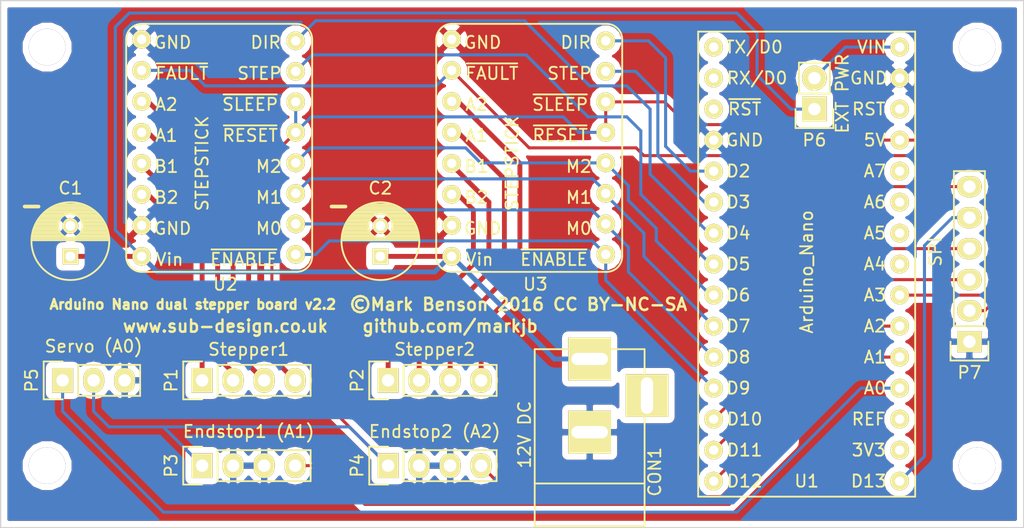
<source format=kicad_pcb>
(kicad_pcb (version 4) (host pcbnew 4.0.2-stable)

  (general
    (links 57)
    (no_connects 0)
    (area 118.059999 64.719999 201.980001 108.000001)
    (thickness 1.6)
    (drawings 10)
    (tracks 192)
    (zones 0)
    (modules 17)
    (nets 40)
  )

  (page A4)
  (layers
    (0 F.Cu signal)
    (31 B.Cu signal)
    (32 B.Adhes user)
    (33 F.Adhes user)
    (34 B.Paste user)
    (35 F.Paste user)
    (36 B.SilkS user)
    (37 F.SilkS user)
    (38 B.Mask user)
    (39 F.Mask user)
    (40 Dwgs.User user)
    (41 Cmts.User user)
    (42 Eco1.User user)
    (43 Eco2.User user)
    (44 Edge.Cuts user)
    (45 Margin user)
    (46 B.CrtYd user)
    (47 F.CrtYd user)
    (48 B.Fab user)
    (49 F.Fab user)
  )

  (setup
    (last_trace_width 0.25)
    (user_trace_width 0.4)
    (trace_clearance 0.2)
    (zone_clearance 0.508)
    (zone_45_only no)
    (trace_min 0.2)
    (segment_width 0.2)
    (edge_width 0.1)
    (via_size 0.6)
    (via_drill 0.4)
    (via_min_size 0.4)
    (via_min_drill 0.3)
    (uvia_size 0.3)
    (uvia_drill 0.1)
    (uvias_allowed no)
    (uvia_min_size 0.2)
    (uvia_min_drill 0.1)
    (pcb_text_width 0.3)
    (pcb_text_size 1.5 1.5)
    (mod_edge_width 0.15)
    (mod_text_size 1 1)
    (mod_text_width 0.15)
    (pad_size 1.5 1.5)
    (pad_drill 0.6)
    (pad_to_mask_clearance 0)
    (aux_axis_origin 0 0)
    (visible_elements 7FFFFF7F)
    (pcbplotparams
      (layerselection 0x000f0_80000001)
      (usegerberextensions true)
      (excludeedgelayer false)
      (linewidth 0.100000)
      (plotframeref false)
      (viasonmask false)
      (mode 1)
      (useauxorigin false)
      (hpglpennumber 1)
      (hpglpenspeed 20)
      (hpglpendiameter 15)
      (hpglpenoverlay 2)
      (psnegative false)
      (psa4output false)
      (plotreference true)
      (plotvalue true)
      (plotinvisibletext false)
      (padsonsilk false)
      (subtractmaskfromsilk false)
      (outputformat 1)
      (mirror false)
      (drillshape 0)
      (scaleselection 1)
      (outputdirectory "C:/Users/Mark Benson/Downloads/DRV8825_Arduino_Pro_PCB_v2.1/Gerberv2.1/"))
  )

  (net 0 "")
  (net 1 GND)
  (net 2 +12V)
  (net 3 "Net-(CON1-Pad3)")
  (net 4 "Net-(P1-Pad1)")
  (net 5 "Net-(P1-Pad2)")
  (net 6 "Net-(P1-Pad3)")
  (net 7 "Net-(P1-Pad4)")
  (net 8 "Net-(P2-Pad1)")
  (net 9 "Net-(P2-Pad2)")
  (net 10 "Net-(P2-Pad3)")
  (net 11 "Net-(P2-Pad4)")
  (net 12 "Net-(P6-Pad2)")
  (net 13 "Net-(U1-Pad1)")
  (net 14 "Net-(U1-Pad2)")
  (net 15 "Net-(U1-Pad3)")
  (net 16 "Net-(U1-Pad17)")
  (net 17 "Net-(U1-Pad18)")
  (net 18 "Net-(U1-Pad23)")
  (net 19 "Net-(U1-Pad24)")
  (net 20 "Net-(U1-Pad25)")
  (net 21 "Net-(U1-Pad26)")
  (net 22 "Net-(U1-Pad28)")
  (net 23 /VCC)
  (net 24 /ESTOP1)
  (net 25 /ESTOP2)
  (net 26 /SERVO)
  (net 27 /MISO)
  (net 28 /MOSI)
  (net 29 /SCK)
  (net 30 /SD_SEL)
  (net 31 /M0)
  (net 32 /M1)
  (net 33 /M2)
  (net 34 /ENABLE)
  (net 35 /FAULT)
  (net 36 /DIR2)
  (net 37 /STEP2)
  (net 38 /DIR1)
  (net 39 /STEP1)

  (net_class Default "This is the default net class."
    (clearance 0.2)
    (trace_width 0.25)
    (via_dia 0.6)
    (via_drill 0.4)
    (uvia_dia 0.3)
    (uvia_drill 0.1)
    (add_net +12V)
    (add_net /DIR1)
    (add_net /DIR2)
    (add_net /ENABLE)
    (add_net /ESTOP1)
    (add_net /ESTOP2)
    (add_net /FAULT)
    (add_net /M0)
    (add_net /M1)
    (add_net /M2)
    (add_net /MISO)
    (add_net /MOSI)
    (add_net /SCK)
    (add_net /SD_SEL)
    (add_net /SERVO)
    (add_net /STEP1)
    (add_net /STEP2)
    (add_net /VCC)
    (add_net GND)
    (add_net "Net-(CON1-Pad3)")
    (add_net "Net-(P1-Pad1)")
    (add_net "Net-(P1-Pad2)")
    (add_net "Net-(P1-Pad3)")
    (add_net "Net-(P1-Pad4)")
    (add_net "Net-(P2-Pad1)")
    (add_net "Net-(P2-Pad2)")
    (add_net "Net-(P2-Pad3)")
    (add_net "Net-(P2-Pad4)")
    (add_net "Net-(P6-Pad2)")
    (add_net "Net-(U1-Pad1)")
    (add_net "Net-(U1-Pad17)")
    (add_net "Net-(U1-Pad18)")
    (add_net "Net-(U1-Pad2)")
    (add_net "Net-(U1-Pad23)")
    (add_net "Net-(U1-Pad24)")
    (add_net "Net-(U1-Pad25)")
    (add_net "Net-(U1-Pad26)")
    (add_net "Net-(U1-Pad28)")
    (add_net "Net-(U1-Pad3)")
  )

  (net_class "2A Power (External layers)" ""
    (clearance 0.2)
    (trace_width 0.4)
    (via_dia 0.6)
    (via_drill 0.4)
    (uvia_dia 0.3)
    (uvia_drill 0.1)
  )

  (module Pin_Headers:Pin_Header_Straight_1x02 (layer F.Cu) (tedit 555A6F11) (tstamp 555769D9)
    (at 184.785 73.66 180)
    (descr "Through hole pin header")
    (tags "pin header")
    (path /555767DB)
    (fp_text reference P6 (at 0 -2.54 180) (layer F.SilkS)
      (effects (font (size 1 1) (thickness 0.15)))
    )
    (fp_text value "EXT PWR" (at -2.286 1.27 270) (layer F.SilkS)
      (effects (font (size 1 1) (thickness 0.15)))
    )
    (fp_line (start 1.27 1.27) (end 1.27 3.81) (layer F.SilkS) (width 0.15))
    (fp_line (start 1.55 -1.55) (end 1.55 0) (layer F.SilkS) (width 0.15))
    (fp_line (start -1.75 -1.75) (end -1.75 4.3) (layer F.CrtYd) (width 0.05))
    (fp_line (start 1.75 -1.75) (end 1.75 4.3) (layer F.CrtYd) (width 0.05))
    (fp_line (start -1.75 -1.75) (end 1.75 -1.75) (layer F.CrtYd) (width 0.05))
    (fp_line (start -1.75 4.3) (end 1.75 4.3) (layer F.CrtYd) (width 0.05))
    (fp_line (start 1.27 1.27) (end -1.27 1.27) (layer F.SilkS) (width 0.15))
    (fp_line (start -1.55 0) (end -1.55 -1.55) (layer F.SilkS) (width 0.15))
    (fp_line (start -1.55 -1.55) (end 1.55 -1.55) (layer F.SilkS) (width 0.15))
    (fp_line (start -1.27 1.27) (end -1.27 3.81) (layer F.SilkS) (width 0.15))
    (fp_line (start -1.27 3.81) (end 1.27 3.81) (layer F.SilkS) (width 0.15))
    (pad 1 thru_hole rect (at 0 0 180) (size 2.032 2.032) (drill 1.016) (layers *.Cu *.Mask F.SilkS)
      (net 2 +12V))
    (pad 2 thru_hole oval (at 0 2.54 180) (size 2.032 2.032) (drill 1.016) (layers *.Cu *.Mask F.SilkS)
      (net 12 "Net-(P6-Pad2)"))
    (model Pin_Headers.3dshapes/Pin_Header_Straight_1x02.wrl
      (at (xyz 0 -0.05 0))
      (scale (xyz 1 1 1))
      (rotate (xyz 0 0 90))
    )
  )

  (module Connect:BARREL_JACK (layer F.Cu) (tedit 555A6DC1) (tstamp 5557696A)
    (at 166.37 100.33 90)
    (descr "DC Barrel Jack")
    (tags "Power Jack")
    (path /551205A3)
    (fp_text reference CON1 (at -3.048 5.334 270) (layer F.SilkS)
      (effects (font (size 1 1) (thickness 0.15)))
    )
    (fp_text value "12V DC" (at 0 -5.334 90) (layer F.SilkS)
      (effects (font (size 1 1) (thickness 0.15)))
    )
    (fp_line (start -4.0005 -4.50088) (end -4.0005 4.50088) (layer F.SilkS) (width 0.15))
    (fp_line (start -7.50062 -4.50088) (end -7.50062 4.50088) (layer F.SilkS) (width 0.15))
    (fp_line (start -7.50062 4.50088) (end 7.00024 4.50088) (layer F.SilkS) (width 0.15))
    (fp_line (start 7.00024 4.50088) (end 7.00024 -4.50088) (layer F.SilkS) (width 0.15))
    (fp_line (start 7.00024 -4.50088) (end -7.50062 -4.50088) (layer F.SilkS) (width 0.15))
    (pad 1 thru_hole rect (at 6.20014 0 90) (size 3.50012 3.50012) (drill oval 1.00076 2.99974) (layers *.Cu *.Mask F.SilkS)
      (net 2 +12V))
    (pad 2 thru_hole rect (at 0.20066 0 90) (size 3.50012 3.50012) (drill oval 1.00076 2.99974) (layers *.Cu *.Mask F.SilkS)
      (net 1 GND))
    (pad 3 thru_hole rect (at 3.2004 4.699 90) (size 3.50012 3.50012) (drill oval 2.99974 1.00076) (layers *.Cu *.Mask F.SilkS)
      (net 3 "Net-(CON1-Pad3)"))
  )

  (module Pin_Headers:Pin_Header_Straight_1x06 (layer F.Cu) (tedit 56DC0DF8) (tstamp 555A5B5D)
    (at 197.485 92.71 180)
    (descr "Through hole pin header")
    (tags "pin header")
    (path /555A4D42)
    (fp_text reference P7 (at 0 -2.54 360) (layer F.SilkS)
      (effects (font (size 1 1) (thickness 0.15)))
    )
    (fp_text value SPI (at 2.794 7.366 270) (layer F.SilkS)
      (effects (font (size 1 1) (thickness 0.15)))
    )
    (fp_line (start -1.75 -1.75) (end -1.75 14.45) (layer F.CrtYd) (width 0.05))
    (fp_line (start 1.75 -1.75) (end 1.75 14.45) (layer F.CrtYd) (width 0.05))
    (fp_line (start -1.75 -1.75) (end 1.75 -1.75) (layer F.CrtYd) (width 0.05))
    (fp_line (start -1.75 14.45) (end 1.75 14.45) (layer F.CrtYd) (width 0.05))
    (fp_line (start 1.27 1.27) (end 1.27 13.97) (layer F.SilkS) (width 0.15))
    (fp_line (start 1.27 13.97) (end -1.27 13.97) (layer F.SilkS) (width 0.15))
    (fp_line (start -1.27 13.97) (end -1.27 1.27) (layer F.SilkS) (width 0.15))
    (fp_line (start 1.55 -1.55) (end 1.55 0) (layer F.SilkS) (width 0.15))
    (fp_line (start 1.27 1.27) (end -1.27 1.27) (layer F.SilkS) (width 0.15))
    (fp_line (start -1.55 0) (end -1.55 -1.55) (layer F.SilkS) (width 0.15))
    (fp_line (start -1.55 -1.55) (end 1.55 -1.55) (layer F.SilkS) (width 0.15))
    (pad 1 thru_hole rect (at 0 0 180) (size 2.032 1.7272) (drill 1.016) (layers *.Cu *.Mask F.SilkS)
      (net 1 GND))
    (pad 2 thru_hole oval (at 0 2.54 180) (size 2.032 1.7272) (drill 1.016) (layers *.Cu *.Mask F.SilkS)
      (net 23 /VCC))
    (pad 3 thru_hole oval (at 0 5.08 180) (size 2.032 1.7272) (drill 1.016) (layers *.Cu *.Mask F.SilkS)
      (net 27 /MISO))
    (pad 4 thru_hole oval (at 0 7.62 180) (size 2.032 1.7272) (drill 1.016) (layers *.Cu *.Mask F.SilkS)
      (net 28 /MOSI))
    (pad 5 thru_hole oval (at 0 10.16 180) (size 2.032 1.7272) (drill 1.016) (layers *.Cu *.Mask F.SilkS)
      (net 29 /SCK))
    (pad 6 thru_hole oval (at 0 12.7 180) (size 2.032 1.7272) (drill 1.016) (layers *.Cu *.Mask F.SilkS)
      (net 30 /SD_SEL))
    (model Pin_Headers.3dshapes/Pin_Header_Straight_1x06.wrl
      (at (xyz 0 -0.25 0))
      (scale (xyz 1 1 1))
      (rotate (xyz 0 0 90))
    )
  )

  (module Custom:Stepstick (layer F.Cu) (tedit 5557DDA7) (tstamp 55576A75)
    (at 161.925 75.565)
    (path /5511FA67)
    (fp_text reference U3 (at 0 12.446) (layer F.SilkS)
      (effects (font (size 1 1) (thickness 0.15)))
    )
    (fp_text value STEPSTICK (at -1.905 2.54 90) (layer F.SilkS)
      (effects (font (size 1 1) (thickness 0.15)))
    )
    (fp_line (start -6.858 -8.89) (end 5.842 -8.89) (layer F.SilkS) (width 0.15))
    (fp_line (start 7.112 10.16) (end 7.112 -7.62) (layer F.SilkS) (width 0.15))
    (fp_line (start -6.858 11.43) (end 5.842 11.43) (layer F.SilkS) (width 0.15))
    (fp_text user DIR (at 3.302 -7.366) (layer F.SilkS)
      (effects (font (size 1 1) (thickness 0.15)))
    )
    (fp_text user STEP (at 2.794 -4.826) (layer F.SilkS)
      (effects (font (size 1 1) (thickness 0.15)))
    )
    (fp_text user ~SLEEP (at 2.032 -2.286) (layer F.SilkS)
      (effects (font (size 1 1) (thickness 0.15)))
    )
    (fp_text user ~RESET (at 2.032 0.254) (layer F.SilkS)
      (effects (font (size 1 1) (thickness 0.15)))
    )
    (fp_text user M2 (at 3.556 2.794) (layer F.SilkS)
      (effects (font (size 1 1) (thickness 0.15)))
    )
    (fp_text user M1 (at 3.556 5.334) (layer F.SilkS)
      (effects (font (size 1 1) (thickness 0.15)))
    )
    (fp_text user M0 (at 3.556 7.874) (layer F.SilkS)
      (effects (font (size 1 1) (thickness 0.15)))
    )
    (fp_text user ~ENABLE (at 1.524 10.414) (layer F.SilkS)
      (effects (font (size 1 1) (thickness 0.15)))
    )
    (fp_text user Vin (at -4.572 10.414) (layer F.SilkS)
      (effects (font (size 1 1) (thickness 0.15)))
    )
    (fp_text user GND (at -4.318 7.874) (layer F.SilkS)
      (effects (font (size 1 1) (thickness 0.15)))
    )
    (fp_text user B2 (at -4.826 5.334) (layer F.SilkS)
      (effects (font (size 1 1) (thickness 0.15)))
    )
    (fp_text user B1 (at -4.826 2.794) (layer F.SilkS)
      (effects (font (size 1 1) (thickness 0.15)))
    )
    (fp_text user A1 (at -4.826 0.254) (layer F.SilkS)
      (effects (font (size 1 1) (thickness 0.15)))
    )
    (fp_text user A2 (at -4.826 -2.286) (layer F.SilkS)
      (effects (font (size 1 1) (thickness 0.15)))
    )
    (fp_text user ~FAULT (at -3.556 -4.826) (layer F.SilkS)
      (effects (font (size 1 1) (thickness 0.15)))
    )
    (fp_text user GND (at -4.318 -7.366) (layer F.SilkS)
      (effects (font (size 1 1) (thickness 0.15)))
    )
    (fp_arc (start -6.858 10.16) (end -6.858 11.43) (angle 90) (layer F.SilkS) (width 0.15))
    (fp_arc (start -6.858 -7.62) (end -8.128 -7.62) (angle 90) (layer F.SilkS) (width 0.15))
    (fp_arc (start 5.842 -7.62) (end 5.842 -8.89) (angle 90) (layer F.SilkS) (width 0.15))
    (fp_arc (start 5.842 10.16) (end 7.112 10.16) (angle 90) (layer F.SilkS) (width 0.15))
    (fp_line (start -8.128 -7.62) (end -8.128 10.16) (layer F.SilkS) (width 0.15))
    (pad 1 thru_hole circle (at -6.858 -7.62) (size 1.524 1.524) (drill 0.762) (layers *.Cu *.Mask F.SilkS)
      (net 1 GND))
    (pad 2 thru_hole circle (at -6.858 -5.08) (size 1.524 1.524) (drill 0.762) (layers *.Cu *.Mask F.SilkS)
      (net 35 /FAULT))
    (pad 3 thru_hole circle (at -6.858 -2.54) (size 1.524 1.524) (drill 0.762) (layers *.Cu *.Mask F.SilkS)
      (net 11 "Net-(P2-Pad4)"))
    (pad 4 thru_hole circle (at -6.858 0) (size 1.524 1.524) (drill 0.762) (layers *.Cu *.Mask F.SilkS)
      (net 10 "Net-(P2-Pad3)"))
    (pad 5 thru_hole circle (at -6.858 2.54) (size 1.524 1.524) (drill 0.762) (layers *.Cu *.Mask F.SilkS)
      (net 9 "Net-(P2-Pad2)"))
    (pad 6 thru_hole circle (at -6.858 5.08) (size 1.524 1.524) (drill 0.762) (layers *.Cu *.Mask F.SilkS)
      (net 8 "Net-(P2-Pad1)"))
    (pad 7 thru_hole circle (at -6.858 7.62) (size 1.524 1.524) (drill 0.762) (layers *.Cu *.Mask F.SilkS)
      (net 1 GND))
    (pad 8 thru_hole circle (at -6.858 10.16) (size 1.524 1.524) (drill 0.762) (layers *.Cu *.Mask F.SilkS)
      (net 2 +12V))
    (pad 9 thru_hole circle (at 5.762 10) (size 1.524 1.524) (drill 0.762) (layers *.Cu *.Mask F.SilkS)
      (net 34 /ENABLE))
    (pad 10 thru_hole circle (at 5.762 7.5) (size 1.524 1.524) (drill 0.762) (layers *.Cu *.Mask F.SilkS)
      (net 31 /M0))
    (pad 11 thru_hole circle (at 5.762 5) (size 1.524 1.524) (drill 0.762) (layers *.Cu *.Mask F.SilkS)
      (net 32 /M1))
    (pad 12 thru_hole circle (at 5.762 2.5) (size 1.524 1.524) (drill 0.762) (layers *.Cu *.Mask F.SilkS)
      (net 33 /M2))
    (pad 13 thru_hole circle (at 5.762 0) (size 1.524 1.524) (drill 0.762) (layers *.Cu *.Mask F.SilkS)
      (net 23 /VCC))
    (pad 14 thru_hole circle (at 5.762 -2.5) (size 1.524 1.524) (drill 0.762) (layers *.Cu *.Mask F.SilkS)
      (net 23 /VCC))
    (pad 15 thru_hole circle (at 5.762 -5) (size 1.524 1.524) (drill 0.762) (layers *.Cu *.Mask F.SilkS)
      (net 37 /STEP2))
    (pad 16 thru_hole circle (at 5.762 -7.5) (size 1.524 1.524) (drill 0.762) (layers *.Cu *.Mask F.SilkS)
      (net 36 /DIR2))
  )

  (module Custom:Stepstick (layer F.Cu) (tedit 5557DDAE) (tstamp 55576A49)
    (at 136.525 75.565)
    (path /5511FA12)
    (fp_text reference U2 (at 0 12.446) (layer F.SilkS)
      (effects (font (size 1 1) (thickness 0.15)))
    )
    (fp_text value STEPSTICK (at -1.905 2.54 90) (layer F.SilkS)
      (effects (font (size 1 1) (thickness 0.15)))
    )
    (fp_line (start -6.858 -8.89) (end 5.842 -8.89) (layer F.SilkS) (width 0.15))
    (fp_line (start 7.112 10.16) (end 7.112 -7.62) (layer F.SilkS) (width 0.15))
    (fp_line (start -6.858 11.43) (end 5.842 11.43) (layer F.SilkS) (width 0.15))
    (fp_text user DIR (at 3.302 -7.366) (layer F.SilkS)
      (effects (font (size 1 1) (thickness 0.15)))
    )
    (fp_text user STEP (at 2.794 -4.826) (layer F.SilkS)
      (effects (font (size 1 1) (thickness 0.15)))
    )
    (fp_text user ~SLEEP (at 2.032 -2.286) (layer F.SilkS)
      (effects (font (size 1 1) (thickness 0.15)))
    )
    (fp_text user ~RESET (at 2.032 0.254) (layer F.SilkS)
      (effects (font (size 1 1) (thickness 0.15)))
    )
    (fp_text user M2 (at 3.556 2.794) (layer F.SilkS)
      (effects (font (size 1 1) (thickness 0.15)))
    )
    (fp_text user M1 (at 3.556 5.334) (layer F.SilkS)
      (effects (font (size 1 1) (thickness 0.15)))
    )
    (fp_text user M0 (at 3.556 7.874) (layer F.SilkS)
      (effects (font (size 1 1) (thickness 0.15)))
    )
    (fp_text user ~ENABLE (at 1.524 10.414) (layer F.SilkS)
      (effects (font (size 1 1) (thickness 0.15)))
    )
    (fp_text user Vin (at -4.572 10.414) (layer F.SilkS)
      (effects (font (size 1 1) (thickness 0.15)))
    )
    (fp_text user GND (at -4.318 7.874) (layer F.SilkS)
      (effects (font (size 1 1) (thickness 0.15)))
    )
    (fp_text user B2 (at -4.826 5.334) (layer F.SilkS)
      (effects (font (size 1 1) (thickness 0.15)))
    )
    (fp_text user B1 (at -4.826 2.794) (layer F.SilkS)
      (effects (font (size 1 1) (thickness 0.15)))
    )
    (fp_text user A1 (at -4.826 0.254) (layer F.SilkS)
      (effects (font (size 1 1) (thickness 0.15)))
    )
    (fp_text user A2 (at -4.826 -2.286) (layer F.SilkS)
      (effects (font (size 1 1) (thickness 0.15)))
    )
    (fp_text user ~FAULT (at -3.556 -4.826) (layer F.SilkS)
      (effects (font (size 1 1) (thickness 0.15)))
    )
    (fp_text user GND (at -4.318 -7.366) (layer F.SilkS)
      (effects (font (size 1 1) (thickness 0.15)))
    )
    (fp_arc (start -6.858 10.16) (end -6.858 11.43) (angle 90) (layer F.SilkS) (width 0.15))
    (fp_arc (start -6.858 -7.62) (end -8.128 -7.62) (angle 90) (layer F.SilkS) (width 0.15))
    (fp_arc (start 5.842 -7.62) (end 5.842 -8.89) (angle 90) (layer F.SilkS) (width 0.15))
    (fp_arc (start 5.842 10.16) (end 7.112 10.16) (angle 90) (layer F.SilkS) (width 0.15))
    (fp_line (start -8.128 -7.62) (end -8.128 10.16) (layer F.SilkS) (width 0.15))
    (pad 1 thru_hole circle (at -6.858 -7.62) (size 1.524 1.524) (drill 0.762) (layers *.Cu *.Mask F.SilkS)
      (net 1 GND))
    (pad 2 thru_hole circle (at -6.858 -5.08) (size 1.524 1.524) (drill 0.762) (layers *.Cu *.Mask F.SilkS)
      (net 35 /FAULT))
    (pad 3 thru_hole circle (at -6.858 -2.54) (size 1.524 1.524) (drill 0.762) (layers *.Cu *.Mask F.SilkS)
      (net 7 "Net-(P1-Pad4)"))
    (pad 4 thru_hole circle (at -6.858 0) (size 1.524 1.524) (drill 0.762) (layers *.Cu *.Mask F.SilkS)
      (net 6 "Net-(P1-Pad3)"))
    (pad 5 thru_hole circle (at -6.858 2.54) (size 1.524 1.524) (drill 0.762) (layers *.Cu *.Mask F.SilkS)
      (net 5 "Net-(P1-Pad2)"))
    (pad 6 thru_hole circle (at -6.858 5.08) (size 1.524 1.524) (drill 0.762) (layers *.Cu *.Mask F.SilkS)
      (net 4 "Net-(P1-Pad1)"))
    (pad 7 thru_hole circle (at -6.858 7.62) (size 1.524 1.524) (drill 0.762) (layers *.Cu *.Mask F.SilkS)
      (net 1 GND))
    (pad 8 thru_hole circle (at -6.858 10.16) (size 1.524 1.524) (drill 0.762) (layers *.Cu *.Mask F.SilkS)
      (net 2 +12V))
    (pad 9 thru_hole circle (at 5.762 10) (size 1.524 1.524) (drill 0.762) (layers *.Cu *.Mask F.SilkS)
      (net 34 /ENABLE))
    (pad 10 thru_hole circle (at 5.762 7.5) (size 1.524 1.524) (drill 0.762) (layers *.Cu *.Mask F.SilkS)
      (net 31 /M0))
    (pad 11 thru_hole circle (at 5.762 5) (size 1.524 1.524) (drill 0.762) (layers *.Cu *.Mask F.SilkS)
      (net 32 /M1))
    (pad 12 thru_hole circle (at 5.762 2.5) (size 1.524 1.524) (drill 0.762) (layers *.Cu *.Mask F.SilkS)
      (net 33 /M2))
    (pad 13 thru_hole circle (at 5.762 0) (size 1.524 1.524) (drill 0.762) (layers *.Cu *.Mask F.SilkS)
      (net 23 /VCC))
    (pad 14 thru_hole circle (at 5.762 -2.5) (size 1.524 1.524) (drill 0.762) (layers *.Cu *.Mask F.SilkS)
      (net 23 /VCC))
    (pad 15 thru_hole circle (at 5.762 -5) (size 1.524 1.524) (drill 0.762) (layers *.Cu *.Mask F.SilkS)
      (net 39 /STEP1))
    (pad 16 thru_hole circle (at 5.762 -7.5) (size 1.524 1.524) (drill 0.762) (layers *.Cu *.Mask F.SilkS)
      (net 38 /DIR1))
  )

  (module Mounting_Holes:MountingHole_3mm (layer F.Cu) (tedit 555A694C) (tstamp 5557CEC3)
    (at 121.92 68.58)
    (descr "Mounting hole, Befestigungsbohrung, 3mm, No Annular, Kein Restring,")
    (tags "Mounting hole, Befestigungsbohrung, 3mm, No Annular, Kein Restring,")
    (fp_text reference REF** (at 0 -4.0005) (layer F.Fab) hide
      (effects (font (size 1 1) (thickness 0.15)))
    )
    (fp_text value MountingHole_3mm (at 1.00076 5.00126) (layer F.Fab) hide
      (effects (font (size 1 1) (thickness 0.15)))
    )
    (fp_circle (center 0 0) (end 3 0) (layer Cmts.User) (width 0.381))
    (pad 1 thru_hole circle (at 0 0) (size 3 3) (drill 3) (layers))
  )

  (module Mounting_Holes:MountingHole_3mm (layer F.Cu) (tedit 5557DC63) (tstamp 5557CEB8)
    (at 121.92 102.87)
    (descr "Mounting hole, Befestigungsbohrung, 3mm, No Annular, Kein Restring,")
    (tags "Mounting hole, Befestigungsbohrung, 3mm, No Annular, Kein Restring,")
    (fp_text reference REF** (at 0 -4.0005) (layer F.Fab) hide
      (effects (font (size 1 1) (thickness 0.15)))
    )
    (fp_text value MountingHole_3mm (at 1.00076 5.00126) (layer F.Fab) hide
      (effects (font (size 1 1) (thickness 0.15)))
    )
    (fp_circle (center 0 0) (end 3 0) (layer Cmts.User) (width 0.381))
    (pad 1 thru_hole circle (at 0 0) (size 3 3) (drill 3) (layers))
  )

  (module Mounting_Holes:MountingHole_3mm (layer F.Cu) (tedit 5557DC54) (tstamp 5557BFF0)
    (at 198.12 102.87)
    (descr "Mounting hole, Befestigungsbohrung, 3mm, No Annular, Kein Restring,")
    (tags "Mounting hole, Befestigungsbohrung, 3mm, No Annular, Kein Restring,")
    (fp_text reference REF** (at 0 -4.0005) (layer F.Fab) hide
      (effects (font (size 1 1) (thickness 0.15)))
    )
    (fp_text value MountingHole_3mm (at 1.00076 5.00126) (layer F.Fab) hide
      (effects (font (size 1 1) (thickness 0.15)))
    )
    (fp_circle (center 0 0) (end 3 0) (layer Cmts.User) (width 0.381))
    (pad 1 thru_hole circle (at 0 0) (size 3 3) (drill 3) (layers))
  )

  (module Mounting_Holes:MountingHole_3mm (layer F.Cu) (tedit 5557DC3E) (tstamp 5557BFF7)
    (at 198.12 68.58)
    (descr "Mounting hole, Befestigungsbohrung, 3mm, No Annular, Kein Restring,")
    (tags "Mounting hole, Befestigungsbohrung, 3mm, No Annular, Kein Restring,")
    (fp_text reference REF** (at 0 -4.0005) (layer F.Fab) hide
      (effects (font (size 1 1) (thickness 0.15)))
    )
    (fp_text value MountingHole_3mm (at 1.00076 5.00126) (layer F.Fab) hide
      (effects (font (size 1 1) (thickness 0.15)))
    )
    (fp_circle (center 0 0) (end 3 0) (layer Cmts.User) (width 0.381))
    (pad 1 thru_hole circle (at 0 0) (size 3 3) (drill 3) (layers))
  )

  (module Custom:Arduino_nano_v3 (layer F.Cu) (tedit 5557DFFF) (tstamp 55576A1D)
    (at 184.15 83.82)
    (path /5511F6F5)
    (fp_text reference U1 (at 0 20.32) (layer F.SilkS)
      (effects (font (size 1 1) (thickness 0.15)))
    )
    (fp_text value Arduino_Nano (at 0 3.175 90) (layer F.SilkS)
      (effects (font (size 1 1) (thickness 0.15)))
    )
    (fp_text user VIN (at 5.334 -15.24) (layer F.SilkS)
      (effects (font (size 1 1) (thickness 0.15)))
    )
    (fp_text user GND (at 5.08 -12.7) (layer F.SilkS)
      (effects (font (size 1 1) (thickness 0.15)))
    )
    (fp_text user RST (at 5.08 -10.16) (layer F.SilkS)
      (effects (font (size 1 1) (thickness 0.15)))
    )
    (fp_text user 5V (at 5.588 -7.62) (layer F.SilkS)
      (effects (font (size 1 1) (thickness 0.15)))
    )
    (fp_text user A7 (at 5.588 -5.08) (layer F.SilkS)
      (effects (font (size 1 1) (thickness 0.15)))
    )
    (fp_text user A6 (at 5.588 -2.54) (layer F.SilkS)
      (effects (font (size 1 1) (thickness 0.15)))
    )
    (fp_text user A5 (at 5.588 0) (layer F.SilkS)
      (effects (font (size 1 1) (thickness 0.15)))
    )
    (fp_text user A4 (at 5.588 2.54) (layer F.SilkS)
      (effects (font (size 1 1) (thickness 0.15)))
    )
    (fp_text user A3 (at 5.588 5.08) (layer F.SilkS)
      (effects (font (size 1 1) (thickness 0.15)))
    )
    (fp_text user A2 (at 5.588 7.62) (layer F.SilkS)
      (effects (font (size 1 1) (thickness 0.15)))
    )
    (fp_text user A1 (at 5.588 10.16) (layer F.SilkS)
      (effects (font (size 1 1) (thickness 0.15)))
    )
    (fp_text user A0 (at 5.588 12.7) (layer F.SilkS)
      (effects (font (size 1 1) (thickness 0.15)))
    )
    (fp_text user REF (at 5.08 15.24) (layer F.SilkS)
      (effects (font (size 1 1) (thickness 0.15)))
    )
    (fp_text user 3V3 (at 5.08 17.78) (layer F.SilkS)
      (effects (font (size 1 1) (thickness 0.15)))
    )
    (fp_text user D13 (at 5.08 20.32) (layer F.SilkS)
      (effects (font (size 1 1) (thickness 0.15)))
    )
    (fp_text user D12 (at -5.08 20.32) (layer F.SilkS)
      (effects (font (size 1 1) (thickness 0.15)))
    )
    (fp_text user D11 (at -5.08 17.78) (layer F.SilkS)
      (effects (font (size 1 1) (thickness 0.15)))
    )
    (fp_text user D10 (at -5.08 15.24) (layer F.SilkS)
      (effects (font (size 1 1) (thickness 0.15)))
    )
    (fp_text user D9 (at -5.588 12.7) (layer F.SilkS)
      (effects (font (size 1 1) (thickness 0.15)))
    )
    (fp_text user D8 (at -5.588 10.16) (layer F.SilkS)
      (effects (font (size 1 1) (thickness 0.15)))
    )
    (fp_text user D7 (at -5.588 7.62) (layer F.SilkS)
      (effects (font (size 1 1) (thickness 0.15)))
    )
    (fp_text user D6 (at -5.588 5.08) (layer F.SilkS)
      (effects (font (size 1 1) (thickness 0.15)))
    )
    (fp_text user D5 (at -5.588 2.54) (layer F.SilkS)
      (effects (font (size 1 1) (thickness 0.15)))
    )
    (fp_text user D4 (at -5.588 0) (layer F.SilkS)
      (effects (font (size 1 1) (thickness 0.15)))
    )
    (fp_text user D3 (at -5.588 -2.54) (layer F.SilkS)
      (effects (font (size 1 1) (thickness 0.15)))
    )
    (fp_text user D2 (at -5.588 -5.08) (layer F.SilkS)
      (effects (font (size 1 1) (thickness 0.15)))
    )
    (fp_text user GND (at -5.08 -7.62) (layer F.SilkS)
      (effects (font (size 1 1) (thickness 0.15)))
    )
    (fp_text user ~RST (at -5.08 -10.16) (layer F.SilkS)
      (effects (font (size 1 1) (thickness 0.15)))
    )
    (fp_text user RX/D0 (at -4.064 -12.7) (layer F.SilkS)
      (effects (font (size 1 1) (thickness 0.15)))
    )
    (fp_text user TX/D0 (at -4.318 -15.24) (layer F.SilkS)
      (effects (font (size 1 1) (thickness 0.15)))
    )
    (fp_line (start 8.89 -16.51) (end -8.89 -16.51) (layer F.SilkS) (width 0.15))
    (fp_line (start -8.89 -16.51) (end -8.89 21.59) (layer F.SilkS) (width 0.15))
    (fp_line (start -8.89 21.59) (end 8.89 21.59) (layer F.SilkS) (width 0.15))
    (fp_line (start 8.89 21.59) (end 8.89 -16.51) (layer F.SilkS) (width 0.15))
    (pad 1 thru_hole circle (at -7.62 -15.24) (size 1.524 1.524) (drill 0.762) (layers *.Cu *.Mask F.SilkS)
      (net 13 "Net-(U1-Pad1)"))
    (pad 2 thru_hole circle (at -7.62 -12.7) (size 1.524 1.524) (drill 0.762) (layers *.Cu *.Mask F.SilkS)
      (net 14 "Net-(U1-Pad2)"))
    (pad 3 thru_hole circle (at -7.62 -10.16) (size 1.524 1.524) (drill 0.762) (layers *.Cu *.Mask F.SilkS)
      (net 15 "Net-(U1-Pad3)"))
    (pad 4 thru_hole circle (at -7.62 -7.62) (size 1.524 1.524) (drill 0.762) (layers *.Cu *.Mask F.SilkS)
      (net 1 GND))
    (pad 5 thru_hole circle (at -7.62 -5.08) (size 1.524 1.524) (drill 0.762) (layers *.Cu *.Mask F.SilkS)
      (net 36 /DIR2))
    (pad 6 thru_hole circle (at -7.62 -2.54) (size 1.524 1.524) (drill 0.762) (layers *.Cu *.Mask F.SilkS)
      (net 37 /STEP2))
    (pad 7 thru_hole circle (at -7.62 0) (size 1.524 1.524) (drill 0.762) (layers *.Cu *.Mask F.SilkS)
      (net 38 /DIR1))
    (pad 8 thru_hole circle (at -7.62 2.54) (size 1.524 1.524) (drill 0.762) (layers *.Cu *.Mask F.SilkS)
      (net 39 /STEP1))
    (pad 9 thru_hole circle (at -7.62 5.08) (size 1.524 1.524) (drill 0.762) (layers *.Cu *.Mask F.SilkS)
      (net 33 /M2))
    (pad 10 thru_hole circle (at -7.62 7.62) (size 1.524 1.524) (drill 0.762) (layers *.Cu *.Mask F.SilkS)
      (net 32 /M1))
    (pad 11 thru_hole circle (at -7.62 10.16) (size 1.524 1.524) (drill 0.762) (layers *.Cu *.Mask F.SilkS)
      (net 31 /M0))
    (pad 12 thru_hole circle (at -7.62 12.7) (size 1.524 1.524) (drill 0.762) (layers *.Cu *.Mask F.SilkS)
      (net 34 /ENABLE))
    (pad 13 thru_hole circle (at -7.62 15.24) (size 1.524 1.524) (drill 0.762) (layers *.Cu *.Mask F.SilkS)
      (net 30 /SD_SEL))
    (pad 14 thru_hole circle (at -7.62 17.78) (size 1.524 1.524) (drill 0.762) (layers *.Cu *.Mask F.SilkS)
      (net 28 /MOSI))
    (pad 15 thru_hole circle (at -7.62 20.32) (size 1.524 1.524) (drill 0.762) (layers *.Cu *.Mask F.SilkS)
      (net 27 /MISO))
    (pad 16 thru_hole circle (at 7.62 20.32) (size 1.524 1.524) (drill 0.762) (layers *.Cu *.Mask F.SilkS)
      (net 29 /SCK))
    (pad 17 thru_hole circle (at 7.62 17.78) (size 1.524 1.524) (drill 0.762) (layers *.Cu *.Mask F.SilkS)
      (net 16 "Net-(U1-Pad17)"))
    (pad 18 thru_hole circle (at 7.62 15.24) (size 1.524 1.524) (drill 0.762) (layers *.Cu *.Mask F.SilkS)
      (net 17 "Net-(U1-Pad18)"))
    (pad 19 thru_hole circle (at 7.62 12.7) (size 1.524 1.524) (drill 0.762) (layers *.Cu *.Mask F.SilkS)
      (net 26 /SERVO))
    (pad 20 thru_hole circle (at 7.62 10.16) (size 1.524 1.524) (drill 0.762) (layers *.Cu *.Mask F.SilkS)
      (net 24 /ESTOP1))
    (pad 21 thru_hole circle (at 7.62 7.62) (size 1.524 1.524) (drill 0.762) (layers *.Cu *.Mask F.SilkS)
      (net 25 /ESTOP2))
    (pad 22 thru_hole circle (at 7.62 5.08) (size 1.524 1.524) (drill 0.762) (layers *.Cu *.Mask F.SilkS)
      (net 35 /FAULT))
    (pad 23 thru_hole circle (at 7.62 2.54) (size 1.524 1.524) (drill 0.762) (layers *.Cu *.Mask F.SilkS)
      (net 18 "Net-(U1-Pad23)"))
    (pad 24 thru_hole circle (at 7.62 0) (size 1.524 1.524) (drill 0.762) (layers *.Cu *.Mask F.SilkS)
      (net 19 "Net-(U1-Pad24)"))
    (pad 25 thru_hole circle (at 7.62 -2.54) (size 1.524 1.524) (drill 0.762) (layers *.Cu *.Mask F.SilkS)
      (net 20 "Net-(U1-Pad25)"))
    (pad 26 thru_hole circle (at 7.62 -5.08) (size 1.524 1.524) (drill 0.762) (layers *.Cu *.Mask F.SilkS)
      (net 21 "Net-(U1-Pad26)"))
    (pad 27 thru_hole circle (at 7.62 -7.62) (size 1.524 1.524) (drill 0.762) (layers *.Cu *.Mask F.SilkS)
      (net 23 /VCC))
    (pad 28 thru_hole circle (at 7.62 -10.16) (size 1.524 1.524) (drill 0.762) (layers *.Cu *.Mask F.SilkS)
      (net 22 "Net-(U1-Pad28)"))
    (pad 29 thru_hole circle (at 7.62 -12.7) (size 1.524 1.524) (drill 0.762) (layers *.Cu *.Mask F.SilkS)
      (net 1 GND))
    (pad 30 thru_hole circle (at 7.62 -15.24) (size 1.524 1.524) (drill 0.762) (layers *.Cu *.Mask F.SilkS)
      (net 12 "Net-(P6-Pad2)"))
  )

  (module Capacitors_ThroughHole:C_Radial_D6.3_L11.2_P2.5 (layer F.Cu) (tedit 5557C792) (tstamp 5557C634)
    (at 123.825 85.725 90)
    (descr "Radial Electrolytic Capacitor, Diameter 6.3mm x Length 11.2mm, Pitch 2.5mm")
    (tags "Electrolytic Capacitor")
    (path /553A6DF8)
    (fp_text reference C1 (at 5.588 0 180) (layer F.SilkS)
      (effects (font (size 1 1) (thickness 0.15)))
    )
    (fp_text value CP (at 1.25 4.4 90) (layer F.Fab)
      (effects (font (size 1 1) (thickness 0.15)))
    )
    (fp_line (start 1.325 -3.149) (end 1.325 3.149) (layer F.SilkS) (width 0.15))
    (fp_line (start 1.465 -3.143) (end 1.465 3.143) (layer F.SilkS) (width 0.15))
    (fp_line (start 1.605 -3.13) (end 1.605 -0.446) (layer F.SilkS) (width 0.15))
    (fp_line (start 1.605 0.446) (end 1.605 3.13) (layer F.SilkS) (width 0.15))
    (fp_line (start 1.745 -3.111) (end 1.745 -0.656) (layer F.SilkS) (width 0.15))
    (fp_line (start 1.745 0.656) (end 1.745 3.111) (layer F.SilkS) (width 0.15))
    (fp_line (start 1.885 -3.085) (end 1.885 -0.789) (layer F.SilkS) (width 0.15))
    (fp_line (start 1.885 0.789) (end 1.885 3.085) (layer F.SilkS) (width 0.15))
    (fp_line (start 2.025 -3.053) (end 2.025 -0.88) (layer F.SilkS) (width 0.15))
    (fp_line (start 2.025 0.88) (end 2.025 3.053) (layer F.SilkS) (width 0.15))
    (fp_line (start 2.165 -3.014) (end 2.165 -0.942) (layer F.SilkS) (width 0.15))
    (fp_line (start 2.165 0.942) (end 2.165 3.014) (layer F.SilkS) (width 0.15))
    (fp_line (start 2.305 -2.968) (end 2.305 -0.981) (layer F.SilkS) (width 0.15))
    (fp_line (start 2.305 0.981) (end 2.305 2.968) (layer F.SilkS) (width 0.15))
    (fp_line (start 2.445 -2.915) (end 2.445 -0.998) (layer F.SilkS) (width 0.15))
    (fp_line (start 2.445 0.998) (end 2.445 2.915) (layer F.SilkS) (width 0.15))
    (fp_line (start 2.585 -2.853) (end 2.585 -0.996) (layer F.SilkS) (width 0.15))
    (fp_line (start 2.585 0.996) (end 2.585 2.853) (layer F.SilkS) (width 0.15))
    (fp_line (start 2.725 -2.783) (end 2.725 -0.974) (layer F.SilkS) (width 0.15))
    (fp_line (start 2.725 0.974) (end 2.725 2.783) (layer F.SilkS) (width 0.15))
    (fp_line (start 2.865 -2.704) (end 2.865 -0.931) (layer F.SilkS) (width 0.15))
    (fp_line (start 2.865 0.931) (end 2.865 2.704) (layer F.SilkS) (width 0.15))
    (fp_line (start 3.005 -2.616) (end 3.005 -0.863) (layer F.SilkS) (width 0.15))
    (fp_line (start 3.005 0.863) (end 3.005 2.616) (layer F.SilkS) (width 0.15))
    (fp_line (start 3.145 -2.516) (end 3.145 -0.764) (layer F.SilkS) (width 0.15))
    (fp_line (start 3.145 0.764) (end 3.145 2.516) (layer F.SilkS) (width 0.15))
    (fp_line (start 3.285 -2.404) (end 3.285 -0.619) (layer F.SilkS) (width 0.15))
    (fp_line (start 3.285 0.619) (end 3.285 2.404) (layer F.SilkS) (width 0.15))
    (fp_line (start 3.425 -2.279) (end 3.425 -0.38) (layer F.SilkS) (width 0.15))
    (fp_line (start 3.425 0.38) (end 3.425 2.279) (layer F.SilkS) (width 0.15))
    (fp_line (start 3.565 -2.136) (end 3.565 2.136) (layer F.SilkS) (width 0.15))
    (fp_line (start 3.705 -1.974) (end 3.705 1.974) (layer F.SilkS) (width 0.15))
    (fp_line (start 3.845 -1.786) (end 3.845 1.786) (layer F.SilkS) (width 0.15))
    (fp_line (start 3.985 -1.563) (end 3.985 1.563) (layer F.SilkS) (width 0.15))
    (fp_line (start 4.125 -1.287) (end 4.125 1.287) (layer F.SilkS) (width 0.15))
    (fp_line (start 4.265 -0.912) (end 4.265 0.912) (layer F.SilkS) (width 0.15))
    (fp_circle (center 2.5 0) (end 2.5 -1) (layer F.SilkS) (width 0.15))
    (fp_circle (center 1.25 0) (end 1.25 -3.1875) (layer F.SilkS) (width 0.15))
    (fp_circle (center 1.25 0) (end 1.25 -3.4) (layer F.CrtYd) (width 0.05))
    (pad 2 thru_hole circle (at 2.5 0 90) (size 1.3 1.3) (drill 0.8) (layers *.Cu *.Mask F.SilkS)
      (net 1 GND))
    (pad 1 thru_hole rect (at 0 0 90) (size 1.3 1.3) (drill 0.8) (layers *.Cu *.Mask F.SilkS)
      (net 2 +12V))
    (model Capacitors_ThroughHole.3dshapes/C_Radial_D6.3_L11.2_P2.5.wrl
      (at (xyz 0 0 0))
      (scale (xyz 1 1 1))
      (rotate (xyz 0 0 0))
    )
  )

  (module Capacitors_ThroughHole:C_Radial_D6.3_L11.2_P2.5 (layer F.Cu) (tedit 5557C77F) (tstamp 5557C63A)
    (at 149.225 85.725 90)
    (descr "Radial Electrolytic Capacitor, Diameter 6.3mm x Length 11.2mm, Pitch 2.5mm")
    (tags "Electrolytic Capacitor")
    (path /553A6D4D)
    (fp_text reference C2 (at 5.588 0 180) (layer F.SilkS)
      (effects (font (size 1 1) (thickness 0.15)))
    )
    (fp_text value CP (at 1.25 4.4 90) (layer F.Fab)
      (effects (font (size 1 1) (thickness 0.15)))
    )
    (fp_line (start 1.325 -3.149) (end 1.325 3.149) (layer F.SilkS) (width 0.15))
    (fp_line (start 1.465 -3.143) (end 1.465 3.143) (layer F.SilkS) (width 0.15))
    (fp_line (start 1.605 -3.13) (end 1.605 -0.446) (layer F.SilkS) (width 0.15))
    (fp_line (start 1.605 0.446) (end 1.605 3.13) (layer F.SilkS) (width 0.15))
    (fp_line (start 1.745 -3.111) (end 1.745 -0.656) (layer F.SilkS) (width 0.15))
    (fp_line (start 1.745 0.656) (end 1.745 3.111) (layer F.SilkS) (width 0.15))
    (fp_line (start 1.885 -3.085) (end 1.885 -0.789) (layer F.SilkS) (width 0.15))
    (fp_line (start 1.885 0.789) (end 1.885 3.085) (layer F.SilkS) (width 0.15))
    (fp_line (start 2.025 -3.053) (end 2.025 -0.88) (layer F.SilkS) (width 0.15))
    (fp_line (start 2.025 0.88) (end 2.025 3.053) (layer F.SilkS) (width 0.15))
    (fp_line (start 2.165 -3.014) (end 2.165 -0.942) (layer F.SilkS) (width 0.15))
    (fp_line (start 2.165 0.942) (end 2.165 3.014) (layer F.SilkS) (width 0.15))
    (fp_line (start 2.305 -2.968) (end 2.305 -0.981) (layer F.SilkS) (width 0.15))
    (fp_line (start 2.305 0.981) (end 2.305 2.968) (layer F.SilkS) (width 0.15))
    (fp_line (start 2.445 -2.915) (end 2.445 -0.998) (layer F.SilkS) (width 0.15))
    (fp_line (start 2.445 0.998) (end 2.445 2.915) (layer F.SilkS) (width 0.15))
    (fp_line (start 2.585 -2.853) (end 2.585 -0.996) (layer F.SilkS) (width 0.15))
    (fp_line (start 2.585 0.996) (end 2.585 2.853) (layer F.SilkS) (width 0.15))
    (fp_line (start 2.725 -2.783) (end 2.725 -0.974) (layer F.SilkS) (width 0.15))
    (fp_line (start 2.725 0.974) (end 2.725 2.783) (layer F.SilkS) (width 0.15))
    (fp_line (start 2.865 -2.704) (end 2.865 -0.931) (layer F.SilkS) (width 0.15))
    (fp_line (start 2.865 0.931) (end 2.865 2.704) (layer F.SilkS) (width 0.15))
    (fp_line (start 3.005 -2.616) (end 3.005 -0.863) (layer F.SilkS) (width 0.15))
    (fp_line (start 3.005 0.863) (end 3.005 2.616) (layer F.SilkS) (width 0.15))
    (fp_line (start 3.145 -2.516) (end 3.145 -0.764) (layer F.SilkS) (width 0.15))
    (fp_line (start 3.145 0.764) (end 3.145 2.516) (layer F.SilkS) (width 0.15))
    (fp_line (start 3.285 -2.404) (end 3.285 -0.619) (layer F.SilkS) (width 0.15))
    (fp_line (start 3.285 0.619) (end 3.285 2.404) (layer F.SilkS) (width 0.15))
    (fp_line (start 3.425 -2.279) (end 3.425 -0.38) (layer F.SilkS) (width 0.15))
    (fp_line (start 3.425 0.38) (end 3.425 2.279) (layer F.SilkS) (width 0.15))
    (fp_line (start 3.565 -2.136) (end 3.565 2.136) (layer F.SilkS) (width 0.15))
    (fp_line (start 3.705 -1.974) (end 3.705 1.974) (layer F.SilkS) (width 0.15))
    (fp_line (start 3.845 -1.786) (end 3.845 1.786) (layer F.SilkS) (width 0.15))
    (fp_line (start 3.985 -1.563) (end 3.985 1.563) (layer F.SilkS) (width 0.15))
    (fp_line (start 4.125 -1.287) (end 4.125 1.287) (layer F.SilkS) (width 0.15))
    (fp_line (start 4.265 -0.912) (end 4.265 0.912) (layer F.SilkS) (width 0.15))
    (fp_circle (center 2.5 0) (end 2.5 -1) (layer F.SilkS) (width 0.15))
    (fp_circle (center 1.25 0) (end 1.25 -3.1875) (layer F.SilkS) (width 0.15))
    (fp_circle (center 1.25 0) (end 1.25 -3.4) (layer F.CrtYd) (width 0.05))
    (pad 2 thru_hole circle (at 2.5 0 90) (size 1.3 1.3) (drill 0.8) (layers *.Cu *.Mask F.SilkS)
      (net 1 GND))
    (pad 1 thru_hole rect (at 0 0 90) (size 1.3 1.3) (drill 0.8) (layers *.Cu *.Mask F.SilkS)
      (net 2 +12V))
    (model Capacitors_ThroughHole.3dshapes/C_Radial_D6.3_L11.2_P2.5.wrl
      (at (xyz 0 0 0))
      (scale (xyz 1 1 1))
      (rotate (xyz 0 0 0))
    )
  )

  (module Pin_Headers:Pin_Header_Straight_1x03 (layer F.Cu) (tedit 5557C72A) (tstamp 555769C8)
    (at 123.19 95.885 90)
    (descr "Through hole pin header")
    (tags "pin header")
    (path /55122573)
    (fp_text reference P5 (at 0 -2.54 90) (layer F.SilkS)
      (effects (font (size 1 1) (thickness 0.15)))
    )
    (fp_text value "Servo (A0)" (at 2.794 2.54 180) (layer F.SilkS)
      (effects (font (size 1 1) (thickness 0.15)))
    )
    (fp_line (start -1.75 -1.75) (end -1.75 6.85) (layer F.CrtYd) (width 0.05))
    (fp_line (start 1.75 -1.75) (end 1.75 6.85) (layer F.CrtYd) (width 0.05))
    (fp_line (start -1.75 -1.75) (end 1.75 -1.75) (layer F.CrtYd) (width 0.05))
    (fp_line (start -1.75 6.85) (end 1.75 6.85) (layer F.CrtYd) (width 0.05))
    (fp_line (start -1.27 1.27) (end -1.27 6.35) (layer F.SilkS) (width 0.15))
    (fp_line (start -1.27 6.35) (end 1.27 6.35) (layer F.SilkS) (width 0.15))
    (fp_line (start 1.27 6.35) (end 1.27 1.27) (layer F.SilkS) (width 0.15))
    (fp_line (start 1.55 -1.55) (end 1.55 0) (layer F.SilkS) (width 0.15))
    (fp_line (start 1.27 1.27) (end -1.27 1.27) (layer F.SilkS) (width 0.15))
    (fp_line (start -1.55 0) (end -1.55 -1.55) (layer F.SilkS) (width 0.15))
    (fp_line (start -1.55 -1.55) (end 1.55 -1.55) (layer F.SilkS) (width 0.15))
    (pad 1 thru_hole rect (at 0 0 90) (size 2.032 1.7272) (drill 1.016) (layers *.Cu *.Mask F.SilkS)
      (net 26 /SERVO))
    (pad 2 thru_hole oval (at 0 2.54 90) (size 2.032 1.7272) (drill 1.016) (layers *.Cu *.Mask F.SilkS)
      (net 23 /VCC))
    (pad 3 thru_hole oval (at 0 5.08 90) (size 2.032 1.7272) (drill 1.016) (layers *.Cu *.Mask F.SilkS)
      (net 1 GND))
    (model Pin_Headers.3dshapes/Pin_Header_Straight_1x03.wrl
      (at (xyz 0 -0.1 0))
      (scale (xyz 1 1 1))
      (rotate (xyz 0 0 90))
    )
  )

  (module Pin_Headers:Pin_Header_Straight_1x04 (layer F.Cu) (tedit 5557C705) (tstamp 55576990)
    (at 149.86 95.885 90)
    (descr "Through hole pin header")
    (tags "pin header")
    (path /55120F10)
    (fp_text reference P2 (at 0 -2.54 270) (layer F.SilkS)
      (effects (font (size 1 1) (thickness 0.15)))
    )
    (fp_text value Stepper2 (at 2.54 3.81 180) (layer F.SilkS)
      (effects (font (size 1 1) (thickness 0.15)))
    )
    (fp_line (start -1.75 -1.75) (end -1.75 9.4) (layer F.CrtYd) (width 0.05))
    (fp_line (start 1.75 -1.75) (end 1.75 9.4) (layer F.CrtYd) (width 0.05))
    (fp_line (start -1.75 -1.75) (end 1.75 -1.75) (layer F.CrtYd) (width 0.05))
    (fp_line (start -1.75 9.4) (end 1.75 9.4) (layer F.CrtYd) (width 0.05))
    (fp_line (start -1.27 1.27) (end -1.27 8.89) (layer F.SilkS) (width 0.15))
    (fp_line (start 1.27 1.27) (end 1.27 8.89) (layer F.SilkS) (width 0.15))
    (fp_line (start 1.55 -1.55) (end 1.55 0) (layer F.SilkS) (width 0.15))
    (fp_line (start -1.27 8.89) (end 1.27 8.89) (layer F.SilkS) (width 0.15))
    (fp_line (start 1.27 1.27) (end -1.27 1.27) (layer F.SilkS) (width 0.15))
    (fp_line (start -1.55 0) (end -1.55 -1.55) (layer F.SilkS) (width 0.15))
    (fp_line (start -1.55 -1.55) (end 1.55 -1.55) (layer F.SilkS) (width 0.15))
    (pad 1 thru_hole rect (at 0 0 90) (size 2.032 1.7272) (drill 1.016) (layers *.Cu *.Mask F.SilkS)
      (net 8 "Net-(P2-Pad1)"))
    (pad 2 thru_hole oval (at 0 2.54 90) (size 2.032 1.7272) (drill 1.016) (layers *.Cu *.Mask F.SilkS)
      (net 9 "Net-(P2-Pad2)"))
    (pad 3 thru_hole oval (at 0 5.08 90) (size 2.032 1.7272) (drill 1.016) (layers *.Cu *.Mask F.SilkS)
      (net 10 "Net-(P2-Pad3)"))
    (pad 4 thru_hole oval (at 0 7.62 90) (size 2.032 1.7272) (drill 1.016) (layers *.Cu *.Mask F.SilkS)
      (net 11 "Net-(P2-Pad4)"))
    (model Pin_Headers.3dshapes/Pin_Header_Straight_1x04.wrl
      (at (xyz 0 -0.15 0))
      (scale (xyz 1 1 1))
      (rotate (xyz 0 0 90))
    )
  )

  (module Pin_Headers:Pin_Header_Straight_1x04 (layer F.Cu) (tedit 5557C6F7) (tstamp 5557697D)
    (at 134.62 95.885 90)
    (descr "Through hole pin header")
    (tags "pin header")
    (path /55120D77)
    (fp_text reference P1 (at 0 -2.54 90) (layer F.SilkS)
      (effects (font (size 1 1) (thickness 0.15)))
    )
    (fp_text value Stepper1 (at 2.54 3.81 180) (layer F.SilkS)
      (effects (font (size 1 1) (thickness 0.15)))
    )
    (fp_line (start -1.75 -1.75) (end -1.75 9.4) (layer F.CrtYd) (width 0.05))
    (fp_line (start 1.75 -1.75) (end 1.75 9.4) (layer F.CrtYd) (width 0.05))
    (fp_line (start -1.75 -1.75) (end 1.75 -1.75) (layer F.CrtYd) (width 0.05))
    (fp_line (start -1.75 9.4) (end 1.75 9.4) (layer F.CrtYd) (width 0.05))
    (fp_line (start -1.27 1.27) (end -1.27 8.89) (layer F.SilkS) (width 0.15))
    (fp_line (start 1.27 1.27) (end 1.27 8.89) (layer F.SilkS) (width 0.15))
    (fp_line (start 1.55 -1.55) (end 1.55 0) (layer F.SilkS) (width 0.15))
    (fp_line (start -1.27 8.89) (end 1.27 8.89) (layer F.SilkS) (width 0.15))
    (fp_line (start 1.27 1.27) (end -1.27 1.27) (layer F.SilkS) (width 0.15))
    (fp_line (start -1.55 0) (end -1.55 -1.55) (layer F.SilkS) (width 0.15))
    (fp_line (start -1.55 -1.55) (end 1.55 -1.55) (layer F.SilkS) (width 0.15))
    (pad 1 thru_hole rect (at 0 0 90) (size 2.032 1.7272) (drill 1.016) (layers *.Cu *.Mask F.SilkS)
      (net 4 "Net-(P1-Pad1)"))
    (pad 2 thru_hole oval (at 0 2.54 90) (size 2.032 1.7272) (drill 1.016) (layers *.Cu *.Mask F.SilkS)
      (net 5 "Net-(P1-Pad2)"))
    (pad 3 thru_hole oval (at 0 5.08 90) (size 2.032 1.7272) (drill 1.016) (layers *.Cu *.Mask F.SilkS)
      (net 6 "Net-(P1-Pad3)"))
    (pad 4 thru_hole oval (at 0 7.62 90) (size 2.032 1.7272) (drill 1.016) (layers *.Cu *.Mask F.SilkS)
      (net 7 "Net-(P1-Pad4)"))
    (model Pin_Headers.3dshapes/Pin_Header_Straight_1x04.wrl
      (at (xyz 0 -0.15 0))
      (scale (xyz 1 1 1))
      (rotate (xyz 0 0 90))
    )
  )

  (module Pin_Headers:Pin_Header_Straight_1x04 (layer F.Cu) (tedit 5557C6DC) (tstamp 555769A3)
    (at 134.62 102.87 90)
    (descr "Through hole pin header")
    (tags "pin header")
    (path /55121551)
    (fp_text reference P3 (at 0 -2.54 90) (layer F.SilkS)
      (effects (font (size 1 1) (thickness 0.15)))
    )
    (fp_text value "Endstop1 (A1)" (at 2.794 3.81 180) (layer F.SilkS)
      (effects (font (size 1 1) (thickness 0.15)))
    )
    (fp_line (start -1.75 -1.75) (end -1.75 9.4) (layer F.CrtYd) (width 0.05))
    (fp_line (start 1.75 -1.75) (end 1.75 9.4) (layer F.CrtYd) (width 0.05))
    (fp_line (start -1.75 -1.75) (end 1.75 -1.75) (layer F.CrtYd) (width 0.05))
    (fp_line (start -1.75 9.4) (end 1.75 9.4) (layer F.CrtYd) (width 0.05))
    (fp_line (start -1.27 1.27) (end -1.27 8.89) (layer F.SilkS) (width 0.15))
    (fp_line (start 1.27 1.27) (end 1.27 8.89) (layer F.SilkS) (width 0.15))
    (fp_line (start 1.55 -1.55) (end 1.55 0) (layer F.SilkS) (width 0.15))
    (fp_line (start -1.27 8.89) (end 1.27 8.89) (layer F.SilkS) (width 0.15))
    (fp_line (start 1.27 1.27) (end -1.27 1.27) (layer F.SilkS) (width 0.15))
    (fp_line (start -1.55 0) (end -1.55 -1.55) (layer F.SilkS) (width 0.15))
    (fp_line (start -1.55 -1.55) (end 1.55 -1.55) (layer F.SilkS) (width 0.15))
    (pad 1 thru_hole rect (at 0 0 90) (size 2.032 1.7272) (drill 1.016) (layers *.Cu *.Mask F.SilkS)
      (net 23 /VCC))
    (pad 2 thru_hole oval (at 0 2.54 90) (size 2.032 1.7272) (drill 1.016) (layers *.Cu *.Mask F.SilkS)
      (net 1 GND))
    (pad 3 thru_hole oval (at 0 5.08 90) (size 2.032 1.7272) (drill 1.016) (layers *.Cu *.Mask F.SilkS)
      (net 1 GND))
    (pad 4 thru_hole oval (at 0 7.62 90) (size 2.032 1.7272) (drill 1.016) (layers *.Cu *.Mask F.SilkS)
      (net 24 /ESTOP1))
    (model Pin_Headers.3dshapes/Pin_Header_Straight_1x04.wrl
      (at (xyz 0 -0.15 0))
      (scale (xyz 1 1 1))
      (rotate (xyz 0 0 90))
    )
  )

  (module Pin_Headers:Pin_Header_Straight_1x04 (layer F.Cu) (tedit 5557C69B) (tstamp 555769B6)
    (at 149.86 102.87 90)
    (descr "Through hole pin header")
    (tags "pin header")
    (path /551215D9)
    (fp_text reference P4 (at 0 -2.54 90) (layer F.SilkS)
      (effects (font (size 1 1) (thickness 0.15)))
    )
    (fp_text value "Endstop2 (A2)" (at 2.794 3.81 180) (layer F.SilkS)
      (effects (font (size 1 1) (thickness 0.15)))
    )
    (fp_line (start -1.75 -1.75) (end -1.75 9.4) (layer F.CrtYd) (width 0.05))
    (fp_line (start 1.75 -1.75) (end 1.75 9.4) (layer F.CrtYd) (width 0.05))
    (fp_line (start -1.75 -1.75) (end 1.75 -1.75) (layer F.CrtYd) (width 0.05))
    (fp_line (start -1.75 9.4) (end 1.75 9.4) (layer F.CrtYd) (width 0.05))
    (fp_line (start -1.27 1.27) (end -1.27 8.89) (layer F.SilkS) (width 0.15))
    (fp_line (start 1.27 1.27) (end 1.27 8.89) (layer F.SilkS) (width 0.15))
    (fp_line (start 1.55 -1.55) (end 1.55 0) (layer F.SilkS) (width 0.15))
    (fp_line (start -1.27 8.89) (end 1.27 8.89) (layer F.SilkS) (width 0.15))
    (fp_line (start 1.27 1.27) (end -1.27 1.27) (layer F.SilkS) (width 0.15))
    (fp_line (start -1.55 0) (end -1.55 -1.55) (layer F.SilkS) (width 0.15))
    (fp_line (start -1.55 -1.55) (end 1.55 -1.55) (layer F.SilkS) (width 0.15))
    (pad 1 thru_hole rect (at 0 0 90) (size 2.032 1.7272) (drill 1.016) (layers *.Cu *.Mask F.SilkS)
      (net 23 /VCC))
    (pad 2 thru_hole oval (at 0 2.54 90) (size 2.032 1.7272) (drill 1.016) (layers *.Cu *.Mask F.SilkS)
      (net 1 GND))
    (pad 3 thru_hole oval (at 0 5.08 90) (size 2.032 1.7272) (drill 1.016) (layers *.Cu *.Mask F.SilkS)
      (net 1 GND))
    (pad 4 thru_hole oval (at 0 7.62 90) (size 2.032 1.7272) (drill 1.016) (layers *.Cu *.Mask F.SilkS)
      (net 25 /ESTOP2))
    (model Pin_Headers.3dshapes/Pin_Header_Straight_1x04.wrl
      (at (xyz 0 -0.15 0))
      (scale (xyz 1 1 1))
      (rotate (xyz 0 0 90))
    )
  )

  (gr_text - (at 120.65 81.534) (layer F.SilkS)
    (effects (font (size 1.5 1.5) (thickness 0.3)))
  )
  (gr_text - (at 145.796 81.534) (layer F.SilkS)
    (effects (font (size 1.5 1.5) (thickness 0.3)))
  )
  (gr_text github.com/markjb (at 154.94 91.44) (layer F.SilkS)
    (effects (font (size 1 1) (thickness 0.2)))
  )
  (gr_text www.sub-design.co.uk (at 136.525 91.44) (layer F.SilkS)
    (effects (font (size 1 1) (thickness 0.2)))
  )
  (gr_text "Arduino Nano dual stepper board v2.2" (at 133.858 89.662) (layer F.SilkS)
    (effects (font (size 0.8 0.8) (thickness 0.2)))
  )
  (gr_text "©Mark Benson 2016 CC BY-NC-SA" (at 160.528 89.662) (layer F.SilkS)
    (effects (font (size 1 1) (thickness 0.2)))
  )
  (gr_line (start 201.93 107.95) (end 118.11 107.95) (angle 90) (layer Edge.Cuts) (width 0.1))
  (gr_line (start 201.93 64.77) (end 201.93 107.95) (angle 90) (layer Edge.Cuts) (width 0.1))
  (gr_line (start 118.11 64.77) (end 201.93 64.77) (angle 90) (layer Edge.Cuts) (width 0.1))
  (gr_line (start 118.11 107.95) (end 118.11 64.77) (angle 90) (layer Edge.Cuts) (width 0.1))

  (segment (start 155.067 85.725) (end 154.94 85.725) (width 0.4) (layer B.Cu) (net 2))
  (segment (start 154.94 85.725) (end 153.67 86.995) (width 0.4) (layer B.Cu) (net 2) (tstamp 55801A64))
  (segment (start 130.937 86.995) (end 129.667 85.725) (width 0.4) (layer B.Cu) (net 2) (tstamp 55801A6B))
  (segment (start 153.67 86.995) (end 130.937 86.995) (width 0.4) (layer B.Cu) (net 2) (tstamp 55801A67))
  (segment (start 166.37 94.12986) (end 163.47186 94.12986) (width 0.4) (layer B.Cu) (net 2))
  (segment (start 163.47186 94.12986) (end 155.067 85.725) (width 0.4) (layer B.Cu) (net 2) (tstamp 555A6B38))
  (segment (start 184.785 73.66) (end 182.88 73.66) (width 0.25) (layer B.Cu) (net 2))
  (segment (start 182.88 73.66) (end 180.086 70.866) (width 0.25) (layer B.Cu) (net 2) (tstamp 555A61CD))
  (segment (start 180.086 70.866) (end 180.086 67.437) (width 0.25) (layer B.Cu) (net 2) (tstamp 555A61CF))
  (segment (start 180.086 67.437) (end 178.435 65.786) (width 0.25) (layer B.Cu) (net 2) (tstamp 555A61D1))
  (segment (start 178.435 65.786) (end 128.651 65.786) (width 0.25) (layer B.Cu) (net 2) (tstamp 555A61D3))
  (segment (start 128.651 65.786) (end 127.508 66.929) (width 0.25) (layer B.Cu) (net 2) (tstamp 555A61D5))
  (segment (start 127.508 66.929) (end 127.508 83.566) (width 0.25) (layer B.Cu) (net 2) (tstamp 555A61D7))
  (segment (start 127.508 83.566) (end 129.667 85.725) (width 0.25) (layer B.Cu) (net 2) (tstamp 555A61D9))
  (segment (start 149.225 85.725) (end 155.067 85.725) (width 0.4) (layer F.Cu) (net 2))
  (segment (start 129.667 85.725) (end 123.825 85.725) (width 0.4) (layer F.Cu) (net 2))
  (segment (start 129.667 80.645) (end 130.175 80.645) (width 0.4) (layer F.Cu) (net 4))
  (segment (start 130.175 80.645) (end 134.62 85.09) (width 0.4) (layer F.Cu) (net 4) (tstamp 555A6A8A))
  (segment (start 134.62 85.09) (end 134.62 95.885) (width 0.4) (layer F.Cu) (net 4) (tstamp 555A6A8B))
  (segment (start 129.667 78.105) (end 129.667 78.232) (width 0.4) (layer F.Cu) (net 5))
  (segment (start 129.667 78.232) (end 135.89 84.455) (width 0.4) (layer F.Cu) (net 5) (tstamp 555A6A8F))
  (segment (start 135.89 84.455) (end 135.89 93.98) (width 0.4) (layer F.Cu) (net 5) (tstamp 555A6A90))
  (segment (start 135.89 93.98) (end 137.16 95.25) (width 0.4) (layer F.Cu) (net 5) (tstamp 555A6A92))
  (segment (start 137.16 95.25) (end 137.16 95.885) (width 0.4) (layer F.Cu) (net 5) (tstamp 555A6A93))
  (segment (start 129.667 75.565) (end 130.175 75.565) (width 0.4) (layer F.Cu) (net 6))
  (segment (start 130.175 75.565) (end 137.16 82.55) (width 0.4) (layer F.Cu) (net 6) (tstamp 555A6A96))
  (segment (start 137.16 82.55) (end 137.16 93.345) (width 0.4) (layer F.Cu) (net 6) (tstamp 555A6A97))
  (segment (start 137.16 93.345) (end 139.7 95.885) (width 0.4) (layer F.Cu) (net 6) (tstamp 555A6A99))
  (segment (start 129.667 73.025) (end 130.175 73.025) (width 0.4) (layer F.Cu) (net 7))
  (segment (start 130.175 73.025) (end 138.43 81.28) (width 0.4) (layer F.Cu) (net 7) (tstamp 555A6A9D))
  (segment (start 138.43 81.28) (end 138.43 92.075) (width 0.4) (layer F.Cu) (net 7) (tstamp 555A6A9E))
  (segment (start 138.43 92.075) (end 142.24 95.885) (width 0.4) (layer F.Cu) (net 7) (tstamp 555A6AA0))
  (segment (start 155.067 80.645) (end 155.575 80.645) (width 0.4) (layer F.Cu) (net 8))
  (segment (start 155.575 80.645) (end 156.845 81.915) (width 0.4) (layer F.Cu) (net 8) (tstamp 555A6ACC))
  (segment (start 149.86 93.345) (end 149.86 95.885) (width 0.4) (layer F.Cu) (net 8) (tstamp 555A6AD0))
  (segment (start 156.845 86.36) (end 149.86 93.345) (width 0.4) (layer F.Cu) (net 8) (tstamp 555A6ACE))
  (segment (start 156.845 81.915) (end 156.845 86.36) (width 0.4) (layer F.Cu) (net 8) (tstamp 555A6ACD))
  (segment (start 149.86 96.52) (end 149.86 95.758) (width 0.4) (layer F.Cu) (net 8))
  (segment (start 155.067 78.105) (end 155.067 78.232) (width 0.4) (layer F.Cu) (net 9))
  (segment (start 155.067 78.232) (end 158.115 81.28) (width 0.4) (layer F.Cu) (net 9) (tstamp 555A6AD7))
  (segment (start 152.4 92.71) (end 152.4 95.885) (width 0.4) (layer F.Cu) (net 9) (tstamp 555A6ADC))
  (segment (start 158.115 86.995) (end 152.4 92.71) (width 0.4) (layer F.Cu) (net 9) (tstamp 555A6ADA))
  (segment (start 158.115 81.28) (end 158.115 86.995) (width 0.4) (layer F.Cu) (net 9) (tstamp 555A6AD8))
  (segment (start 155.067 78.105) (end 155.575 78.105) (width 0.4) (layer F.Cu) (net 9))
  (segment (start 155.067 75.565) (end 155.575 75.565) (width 0.4) (layer F.Cu) (net 10))
  (segment (start 155.575 75.565) (end 159.385 79.375) (width 0.4) (layer F.Cu) (net 10) (tstamp 555A6AE2))
  (segment (start 154.94 92.075) (end 154.94 95.885) (width 0.4) (layer F.Cu) (net 10) (tstamp 555A6AE7))
  (segment (start 159.385 87.63) (end 154.94 92.075) (width 0.4) (layer F.Cu) (net 10) (tstamp 555A6AE5))
  (segment (start 159.385 79.375) (end 159.385 87.63) (width 0.4) (layer F.Cu) (net 10) (tstamp 555A6AE3))
  (segment (start 155.067 73.025) (end 155.575 73.025) (width 0.4) (layer F.Cu) (net 11))
  (segment (start 155.575 73.025) (end 160.655 78.105) (width 0.4) (layer F.Cu) (net 11) (tstamp 555A6AEB))
  (segment (start 157.48 91.44) (end 157.48 95.885) (width 0.4) (layer F.Cu) (net 11) (tstamp 555A6AF0))
  (segment (start 160.655 88.265) (end 157.48 91.44) (width 0.4) (layer F.Cu) (net 11) (tstamp 555A6AEE))
  (segment (start 160.655 78.105) (end 160.655 88.265) (width 0.4) (layer F.Cu) (net 11) (tstamp 555A6AEC))
  (segment (start 191.77 68.58) (end 187.325 68.58) (width 0.25) (layer B.Cu) (net 12))
  (segment (start 187.325 68.58) (end 184.785 71.12) (width 0.25) (layer B.Cu) (net 12) (tstamp 555A61C9))
  (segment (start 149.86 102.87) (end 144.78 97.79) (width 0.25) (layer F.Cu) (net 23))
  (segment (start 140.335 77.517) (end 142.287 75.565) (width 0.25) (layer F.Cu) (net 23) (tstamp 555A6C2A))
  (segment (start 140.335 88.9) (end 140.335 77.517) (width 0.25) (layer F.Cu) (net 23) (tstamp 555A6C24))
  (segment (start 144.78 93.345) (end 140.335 88.9) (width 0.25) (layer F.Cu) (net 23) (tstamp 555A6C22))
  (segment (start 144.78 93.98) (end 144.78 93.345) (width 0.25) (layer F.Cu) (net 23) (tstamp 555A6C1F))
  (segment (start 144.78 97.79) (end 144.78 93.98) (width 0.25) (layer F.Cu) (net 23) (tstamp 555A6C1C))
  (segment (start 134.62 102.87) (end 131.445 99.695) (width 0.25) (layer B.Cu) (net 23))
  (segment (start 131.445 99.695) (end 127 99.695) (width 0.25) (layer B.Cu) (net 23) (tstamp 555A6BF2))
  (segment (start 149.86 102.87) (end 146.685 99.695) (width 0.25) (layer B.Cu) (net 23))
  (segment (start 125.73 98.425) (end 125.73 95.885) (width 0.25) (layer B.Cu) (net 23) (tstamp 555A6BE8))
  (segment (start 127 99.695) (end 125.73 98.425) (width 0.25) (layer B.Cu) (net 23) (tstamp 555A6BE0))
  (segment (start 146.685 99.695) (end 131.445 99.695) (width 0.25) (layer B.Cu) (net 23) (tstamp 555A6BDD))
  (segment (start 191.77 76.2) (end 198.882 76.2) (width 0.25) (layer F.Cu) (net 23))
  (segment (start 198.755 90.17) (end 197.485 90.17) (width 0.25) (layer F.Cu) (net 23) (tstamp 555A65AB))
  (segment (start 199.898 89.027) (end 198.755 90.17) (width 0.25) (layer F.Cu) (net 23) (tstamp 555A65AA))
  (segment (start 199.898 77.216) (end 199.898 89.027) (width 0.25) (layer F.Cu) (net 23) (tstamp 555A65A7))
  (segment (start 198.882 76.2) (end 199.898 77.216) (width 0.25) (layer F.Cu) (net 23) (tstamp 555A65A2))
  (segment (start 167.687 73.065) (end 172.506 73.065) (width 0.25) (layer F.Cu) (net 23))
  (segment (start 182.372 76.2) (end 191.77 76.2) (width 0.25) (layer F.Cu) (net 23) (tstamp 555A6545))
  (segment (start 181.102 74.93) (end 182.372 76.2) (width 0.25) (layer F.Cu) (net 23) (tstamp 555A6543))
  (segment (start 174.371 74.93) (end 181.102 74.93) (width 0.25) (layer F.Cu) (net 23) (tstamp 555A6541))
  (segment (start 172.506 73.065) (end 174.371 74.93) (width 0.25) (layer F.Cu) (net 23) (tstamp 555A653D))
  (segment (start 167.687 75.565) (end 167.687 73.065) (width 0.25) (layer F.Cu) (net 23))
  (segment (start 142.287 73.065) (end 142.287 75.565) (width 0.25) (layer B.Cu) (net 23))
  (segment (start 142.287 75.565) (end 143.557 74.295) (width 0.25) (layer B.Cu) (net 23) (tstamp 555A64FF))
  (segment (start 165.481 75.565) (end 167.687 75.565) (width 0.25) (layer B.Cu) (net 23) (tstamp 555A650F))
  (segment (start 164.211 74.295) (end 165.481 75.565) (width 0.25) (layer B.Cu) (net 23) (tstamp 555A650D))
  (segment (start 143.557 74.295) (end 164.211 74.295) (width 0.25) (layer B.Cu) (net 23) (tstamp 555A6500))
  (segment (start 167.687 72.437) (end 167.687 72.47) (width 0.25) (layer F.Cu) (net 23) (tstamp 5557CD5E))
  (segment (start 167.687 74.883) (end 167.687 74.97) (width 0.25) (layer B.Cu) (net 23) (tstamp 5557CD22))
  (segment (start 142.24 102.87) (end 144.78 102.87) (width 0.25) (layer F.Cu) (net 24))
  (segment (start 184.15 93.98) (end 191.77 93.98) (width 0.25) (layer F.Cu) (net 24) (tstamp 555A6B24))
  (segment (start 182.88 95.25) (end 184.15 93.98) (width 0.25) (layer F.Cu) (net 24) (tstamp 555A6B22))
  (segment (start 182.88 100.965) (end 182.88 95.25) (width 0.25) (layer F.Cu) (net 24) (tstamp 555A6B20))
  (segment (start 177.8 106.045) (end 182.88 100.965) (width 0.25) (layer F.Cu) (net 24) (tstamp 555A6B1A))
  (segment (start 147.955 106.045) (end 177.8 106.045) (width 0.25) (layer F.Cu) (net 24) (tstamp 555A6B17))
  (segment (start 144.78 102.87) (end 147.955 106.045) (width 0.25) (layer F.Cu) (net 24) (tstamp 555A6B11))
  (segment (start 191.77 91.44) (end 184.785 91.44) (width 0.25) (layer F.Cu) (net 25))
  (segment (start 160.02 105.41) (end 157.48 102.87) (width 0.25) (layer F.Cu) (net 25) (tstamp 555A6B0C))
  (segment (start 177.165 105.41) (end 160.02 105.41) (width 0.25) (layer F.Cu) (net 25) (tstamp 555A6B09))
  (segment (start 181.61 100.965) (end 177.165 105.41) (width 0.25) (layer F.Cu) (net 25) (tstamp 555A6B05))
  (segment (start 181.61 94.615) (end 181.61 100.965) (width 0.25) (layer F.Cu) (net 25) (tstamp 555A6B03))
  (segment (start 184.785 91.44) (end 181.61 94.615) (width 0.25) (layer F.Cu) (net 25) (tstamp 555A6AF4))
  (segment (start 191.77 96.52) (end 188.595 96.52) (width 0.25) (layer B.Cu) (net 26))
  (segment (start 123.19 98.425) (end 123.19 95.885) (width 0.25) (layer B.Cu) (net 26) (tstamp 555A6B82))
  (segment (start 131.445 106.68) (end 123.19 98.425) (width 0.25) (layer B.Cu) (net 26) (tstamp 555A6B7A))
  (segment (start 178.435 106.68) (end 131.445 106.68) (width 0.25) (layer B.Cu) (net 26) (tstamp 555A6B75))
  (segment (start 188.595 96.52) (end 178.435 106.68) (width 0.25) (layer B.Cu) (net 26) (tstamp 555A6B70))
  (segment (start 197.485 87.63) (end 182.88 87.63) (width 0.25) (layer F.Cu) (net 27))
  (segment (start 180.848 99.822) (end 176.53 104.14) (width 0.25) (layer F.Cu) (net 27) (tstamp 555A66AA))
  (segment (start 180.848 89.662) (end 180.848 99.822) (width 0.25) (layer F.Cu) (net 27) (tstamp 555A66A7))
  (segment (start 182.88 87.63) (end 180.848 89.662) (width 0.25) (layer F.Cu) (net 27) (tstamp 555A66A0))
  (segment (start 197.485 85.09) (end 182.372 85.09) (width 0.25) (layer F.Cu) (net 28))
  (segment (start 179.959 98.171) (end 176.53 101.6) (width 0.25) (layer F.Cu) (net 28) (tstamp 555A6698))
  (segment (start 179.959 87.503) (end 179.959 98.171) (width 0.25) (layer F.Cu) (net 28) (tstamp 555A6695))
  (segment (start 182.372 85.09) (end 179.959 87.503) (width 0.25) (layer F.Cu) (net 28) (tstamp 555A6691))
  (segment (start 197.485 82.55) (end 196.088 82.55) (width 0.25) (layer B.Cu) (net 29))
  (segment (start 193.802 102.108) (end 191.77 104.14) (width 0.25) (layer B.Cu) (net 29) (tstamp 555A66D6))
  (segment (start 193.802 84.836) (end 193.802 102.108) (width 0.25) (layer B.Cu) (net 29) (tstamp 555A66CF))
  (segment (start 196.088 82.55) (end 193.802 84.836) (width 0.25) (layer B.Cu) (net 29) (tstamp 555A66CD))
  (segment (start 197.485 80.01) (end 182.245 80.01) (width 0.25) (layer F.Cu) (net 30))
  (segment (start 179.197 96.393) (end 176.53 99.06) (width 0.25) (layer F.Cu) (net 30) (tstamp 555A6652))
  (segment (start 179.197 83.058) (end 179.197 96.393) (width 0.25) (layer F.Cu) (net 30) (tstamp 555A664F))
  (segment (start 182.245 80.01) (end 179.197 83.058) (width 0.25) (layer F.Cu) (net 30) (tstamp 555A664A))
  (segment (start 167.687 83.065) (end 167.687 83.105) (width 0.25) (layer B.Cu) (net 31))
  (segment (start 167.687 83.105) (end 169.545 84.963) (width 0.25) (layer B.Cu) (net 31) (tstamp 555A61F8))
  (segment (start 169.545 86.995) (end 176.53 93.98) (width 0.25) (layer B.Cu) (net 31) (tstamp 555A61FB))
  (segment (start 169.545 84.963) (end 169.545 86.995) (width 0.25) (layer B.Cu) (net 31) (tstamp 555A61F9))
  (segment (start 142.287 83.065) (end 146.678 83.065) (width 0.25) (layer B.Cu) (net 31))
  (segment (start 166.537 81.915) (end 167.687 83.065) (width 0.25) (layer B.Cu) (net 31) (tstamp 555A61E1))
  (segment (start 147.828 81.915) (end 166.537 81.915) (width 0.25) (layer B.Cu) (net 31) (tstamp 555A61DF))
  (segment (start 146.678 83.065) (end 147.828 81.915) (width 0.25) (layer B.Cu) (net 31) (tstamp 555A61DD))
  (segment (start 167.687 80.565) (end 167.687 80.692) (width 0.25) (layer B.Cu) (net 32))
  (segment (start 167.687 80.692) (end 170.815 83.82) (width 0.25) (layer B.Cu) (net 32) (tstamp 555A61FF))
  (segment (start 170.815 85.725) (end 176.53 91.44) (width 0.25) (layer B.Cu) (net 32) (tstamp 555A6202))
  (segment (start 170.815 83.82) (end 170.815 85.725) (width 0.25) (layer B.Cu) (net 32) (tstamp 555A6200))
  (segment (start 167.687 80.565) (end 167.687 80.438) (width 0.25) (layer B.Cu) (net 32))
  (segment (start 167.687 80.438) (end 166.624 79.375) (width 0.25) (layer B.Cu) (net 32) (tstamp 555A61E5))
  (segment (start 166.624 79.375) (end 143.477 79.375) (width 0.25) (layer B.Cu) (net 32) (tstamp 555A61E6))
  (segment (start 143.477 79.375) (end 142.287 80.565) (width 0.25) (layer B.Cu) (net 32) (tstamp 555A61E8))
  (segment (start 167.687 78.065) (end 157.44 78.065) (width 0.25) (layer B.Cu) (net 33))
  (segment (start 143.517 76.835) (end 142.287 78.065) (width 0.25) (layer B.Cu) (net 33) (tstamp 555A64F2))
  (segment (start 156.21 76.835) (end 143.517 76.835) (width 0.25) (layer B.Cu) (net 33) (tstamp 555A64EF))
  (segment (start 157.44 78.065) (end 156.21 76.835) (width 0.25) (layer B.Cu) (net 33) (tstamp 555A64E2))
  (segment (start 176.53 88.9) (end 176.276 88.9) (width 0.25) (layer B.Cu) (net 33))
  (segment (start 176.276 88.9) (end 171.831 84.455) (width 0.25) (layer B.Cu) (net 33) (tstamp 555A64B5))
  (segment (start 171.831 84.455) (end 171.831 83.439) (width 0.25) (layer B.Cu) (net 33) (tstamp 555A64BC))
  (segment (start 171.831 83.439) (end 169.545 81.153) (width 0.25) (layer B.Cu) (net 33) (tstamp 555A64BE))
  (segment (start 169.545 81.153) (end 169.545 79.923) (width 0.25) (layer B.Cu) (net 33) (tstamp 555A64C0))
  (segment (start 169.545 79.923) (end 167.687 78.065) (width 0.25) (layer B.Cu) (net 33) (tstamp 555A64C2))
  (segment (start 142.287 78.065) (end 142.407 78.065) (width 0.25) (layer B.Cu) (net 33))
  (segment (start 167.687 85.565) (end 167.687 87.677) (width 0.25) (layer B.Cu) (net 34))
  (segment (start 167.687 87.677) (end 176.53 96.52) (width 0.25) (layer B.Cu) (net 34) (tstamp 555A61F4))
  (segment (start 142.287 85.565) (end 143.924 85.565) (width 0.25) (layer B.Cu) (net 34))
  (segment (start 166.577 84.455) (end 167.687 85.565) (width 0.25) (layer B.Cu) (net 34) (tstamp 555A61C5))
  (segment (start 145.034 84.455) (end 166.577 84.455) (width 0.25) (layer B.Cu) (net 34) (tstamp 555A61C3))
  (segment (start 143.924 85.565) (end 145.034 84.455) (width 0.25) (layer B.Cu) (net 34) (tstamp 555A61C1))
  (segment (start 191.77 88.9) (end 198.755 88.9) (width 0.25) (layer F.Cu) (net 35))
  (segment (start 161.417 76.835) (end 155.067 70.485) (width 0.25) (layer F.Cu) (net 35) (tstamp 55801AFC))
  (segment (start 170.18 76.835) (end 161.417 76.835) (width 0.25) (layer F.Cu) (net 35) (tstamp 55801AFB))
  (segment (start 170.815 77.47) (end 170.18 76.835) (width 0.25) (layer F.Cu) (net 35) (tstamp 55801AFA))
  (segment (start 198.12 77.47) (end 170.815 77.47) (width 0.25) (layer F.Cu) (net 35) (tstamp 55801AF7))
  (segment (start 199.39 78.74) (end 198.12 77.47) (width 0.25) (layer F.Cu) (net 35) (tstamp 55801AF4))
  (segment (start 199.39 88.265) (end 199.39 78.74) (width 0.25) (layer F.Cu) (net 35) (tstamp 55801AE8))
  (segment (start 198.755 88.9) (end 199.39 88.265) (width 0.25) (layer F.Cu) (net 35) (tstamp 55801AE1))
  (segment (start 129.667 70.485) (end 129.667 70.612) (width 0.25) (layer B.Cu) (net 35))
  (segment (start 129.667 70.485) (end 133.604 70.485) (width 0.25) (layer B.Cu) (net 35))
  (segment (start 153.797 71.755) (end 155.067 70.485) (width 0.25) (layer B.Cu) (net 35) (tstamp 555A6487))
  (segment (start 134.874 71.755) (end 153.797 71.755) (width 0.25) (layer B.Cu) (net 35) (tstamp 555A6484))
  (segment (start 133.604 70.485) (end 134.874 71.755) (width 0.25) (layer B.Cu) (net 35) (tstamp 555A647F))
  (segment (start 167.687 68.065) (end 171.189 68.065) (width 0.25) (layer B.Cu) (net 36))
  (segment (start 174.625 78.74) (end 176.53 78.74) (width 0.25) (layer B.Cu) (net 36) (tstamp 555A640C))
  (segment (start 172.593 76.708) (end 174.625 78.74) (width 0.25) (layer B.Cu) (net 36) (tstamp 555A640A))
  (segment (start 172.593 69.469) (end 172.593 76.708) (width 0.25) (layer B.Cu) (net 36) (tstamp 555A6407))
  (segment (start 171.189 68.065) (end 172.593 69.469) (width 0.25) (layer B.Cu) (net 36) (tstamp 555A6406))
  (segment (start 167.687 70.565) (end 170.133 70.565) (width 0.25) (layer B.Cu) (net 37))
  (segment (start 171.958 77.47) (end 175.768 81.28) (width 0.25) (layer B.Cu) (net 37) (tstamp 555A642B))
  (segment (start 171.958 72.39) (end 171.958 77.47) (width 0.25) (layer B.Cu) (net 37) (tstamp 555A6429))
  (segment (start 170.133 70.565) (end 171.958 72.39) (width 0.25) (layer B.Cu) (net 37) (tstamp 555A6425))
  (segment (start 175.768 81.28) (end 176.53 81.28) (width 0.25) (layer B.Cu) (net 37) (tstamp 555A642D))
  (segment (start 176.53 83.82) (end 176.149 83.82) (width 0.25) (layer B.Cu) (net 38))
  (segment (start 176.149 83.82) (end 171.323 78.994) (width 0.25) (layer B.Cu) (net 38) (tstamp 555A643D))
  (segment (start 171.323 78.994) (end 171.323 73.66) (width 0.25) (layer B.Cu) (net 38) (tstamp 555A6441))
  (segment (start 171.323 73.66) (end 169.418 71.755) (width 0.25) (layer B.Cu) (net 38) (tstamp 555A6446))
  (segment (start 169.418 71.755) (end 166.37 71.755) (width 0.25) (layer B.Cu) (net 38) (tstamp 555A6448))
  (segment (start 166.37 71.755) (end 161.036 66.421) (width 0.25) (layer B.Cu) (net 38) (tstamp 555A6450))
  (segment (start 161.036 66.421) (end 143.931 66.421) (width 0.25) (layer B.Cu) (net 38) (tstamp 555A6456))
  (segment (start 143.931 66.421) (end 142.287 68.065) (width 0.25) (layer B.Cu) (net 38) (tstamp 555A6459))
  (segment (start 176.53 86.36) (end 176.276 86.36) (width 0.25) (layer B.Cu) (net 39))
  (segment (start 176.276 86.36) (end 170.561 80.645) (width 0.25) (layer B.Cu) (net 39) (tstamp 555A6462))
  (segment (start 170.561 80.645) (end 170.561 75.438) (width 0.25) (layer B.Cu) (net 39) (tstamp 555A6466))
  (segment (start 170.561 75.438) (end 169.418 74.295) (width 0.25) (layer B.Cu) (net 39) (tstamp 555A646A))
  (segment (start 169.418 74.295) (end 166.243 74.295) (width 0.25) (layer B.Cu) (net 39) (tstamp 555A646C))
  (segment (start 166.243 74.295) (end 161.163 69.215) (width 0.25) (layer B.Cu) (net 39) (tstamp 555A646F))
  (segment (start 161.163 69.215) (end 143.637 69.215) (width 0.25) (layer B.Cu) (net 39) (tstamp 555A6475))
  (segment (start 143.637 69.215) (end 142.287 70.565) (width 0.25) (layer B.Cu) (net 39) (tstamp 555A6478))

  (zone (net 1) (net_name GND) (layer F.Cu) (tstamp 5557D4AC) (hatch edge 0.508)
    (connect_pads (clearance 0.508))
    (min_thickness 0.254)
    (fill yes (arc_segments 16) (thermal_gap 0.508) (thermal_bridge_width 0.508))
    (polygon
      (pts
        (xy 201.93 107.95) (xy 118.11 107.95) (xy 118.11 64.77) (xy 201.93 64.77)
      )
    )
    (filled_polygon
      (pts
        (xy 201.245 107.265) (xy 118.795 107.265) (xy 118.795 100.73463) (xy 121.497185 100.73463) (xy 120.7122 101.05898)
        (xy 120.111091 101.659041) (xy 119.785372 102.443459) (xy 119.78463 103.292815) (xy 120.10898 104.0778) (xy 120.709041 104.678909)
        (xy 121.493459 105.004628) (xy 122.342815 105.00537) (xy 123.1278 104.68102) (xy 123.728909 104.080959) (xy 124.054628 103.296541)
        (xy 124.05537 102.447185) (xy 123.73102 101.6622) (xy 123.276175 101.20656) (xy 133.7564 101.20656) (xy 133.514277 101.253537)
        (xy 133.301473 101.393327) (xy 133.159023 101.60436) (xy 133.10896 101.854) (xy 133.10896 103.886) (xy 133.155937 104.128123)
        (xy 133.295727 104.340927) (xy 133.50676 104.483377) (xy 133.7564 104.53344) (xy 135.4836 104.53344) (xy 135.725723 104.486463)
        (xy 135.938527 104.346673) (xy 136.080977 104.13564) (xy 136.099484 104.043355) (xy 136.257964 104.220732) (xy 136.785209 104.474709)
        (xy 136.800974 104.477358) (xy 137.033 104.356217) (xy 137.033 102.997) (xy 137.287 102.997) (xy 137.287 104.356217)
        (xy 137.519026 104.477358) (xy 137.534791 104.474709) (xy 138.062036 104.220732) (xy 138.43 103.808892) (xy 138.797964 104.220732)
        (xy 139.325209 104.474709) (xy 139.340974 104.477358) (xy 139.573 104.356217) (xy 139.573 102.997) (xy 137.287 102.997)
        (xy 137.033 102.997) (xy 137.013 102.997) (xy 137.013 102.743) (xy 137.033 102.743) (xy 137.033 101.383783)
        (xy 136.800974 101.262642) (xy 137.519026 101.262642) (xy 137.287 101.383783) (xy 137.287 102.743) (xy 139.573 102.743)
        (xy 139.573 101.383783) (xy 139.340974 101.262642) (xy 139.325209 101.265291) (xy 138.797964 101.519268) (xy 138.43 101.931108)
        (xy 138.062036 101.519268) (xy 137.534791 101.265291) (xy 137.519026 101.262642) (xy 136.800974 101.262642) (xy 136.785209 101.265291)
        (xy 136.257964 101.519268) (xy 136.100327 101.695702) (xy 136.084063 101.611877) (xy 135.944273 101.399073) (xy 135.73324 101.256623)
        (xy 135.4836 101.20656) (xy 133.7564 101.20656) (xy 123.276175 101.20656) (xy 123.130959 101.061091) (xy 122.346541 100.735372)
        (xy 121.497185 100.73463) (xy 118.795 100.73463) (xy 118.795 94.201655) (xy 125.73 94.201655) (xy 125.156511 94.315729)
        (xy 124.67033 94.640585) (xy 124.659785 94.656367) (xy 124.654063 94.626877) (xy 124.514273 94.414073) (xy 124.30324 94.271623)
        (xy 124.0536 94.22156) (xy 122.3264 94.22156) (xy 122.084277 94.268537) (xy 121.871473 94.408327) (xy 121.729023 94.61936)
        (xy 121.67896 94.869) (xy 121.67896 96.901) (xy 121.725937 97.143123) (xy 121.865727 97.355927) (xy 122.07676 97.498377)
        (xy 122.3264 97.54844) (xy 124.0536 97.54844) (xy 124.295723 97.501463) (xy 124.508527 97.361673) (xy 124.650977 97.15064)
        (xy 124.658718 97.112037) (xy 124.67033 97.129415) (xy 125.156511 97.454271) (xy 125.73 97.568345) (xy 126.303489 97.454271)
        (xy 126.78967 97.129415) (xy 126.996461 96.819931) (xy 127.367964 97.235732) (xy 127.895209 97.489709) (xy 127.910974 97.492358)
        (xy 128.143 97.371217) (xy 128.143 96.012) (xy 128.397 96.012) (xy 128.397 97.371217) (xy 128.629026 97.492358)
        (xy 128.644791 97.489709) (xy 129.172036 97.235732) (xy 129.561954 96.79932) (xy 129.755184 96.246913) (xy 129.610924 96.012)
        (xy 128.397 96.012) (xy 128.143 96.012) (xy 128.123 96.012) (xy 128.123 95.758) (xy 128.143 95.758)
        (xy 128.143 94.398783) (xy 127.910974 94.277642) (xy 128.629026 94.277642) (xy 128.397 94.398783) (xy 128.397 95.758)
        (xy 129.610924 95.758) (xy 129.755184 95.523087) (xy 129.561954 94.97068) (xy 129.172036 94.534268) (xy 128.644791 94.280291)
        (xy 128.629026 94.277642) (xy 127.910974 94.277642) (xy 127.895209 94.280291) (xy 127.367964 94.534268) (xy 126.996461 94.950069)
        (xy 126.78967 94.640585) (xy 126.303489 94.315729) (xy 125.73 94.201655) (xy 118.795 94.201655) (xy 118.795 82.50559)
        (xy 122.925984 82.50559) (xy 122.695389 82.561271) (xy 122.527378 83.044078) (xy 122.556917 83.554428) (xy 122.695389 83.888729)
        (xy 122.925984 83.94441) (xy 123.645395 83.225) (xy 122.925984 82.50559) (xy 118.795 82.50559) (xy 118.795 81.927378)
        (xy 124.005922 81.927378) (xy 123.495572 81.956917) (xy 123.161271 82.095389) (xy 123.10559 82.325984) (xy 123.825 83.045395)
        (xy 124.364804 82.50559) (xy 124.724016 82.50559) (xy 124.004605 83.225) (xy 124.724016 83.94441) (xy 124.954611 83.888729)
        (xy 125.122622 83.405922) (xy 125.093083 82.895572) (xy 124.954611 82.561271) (xy 124.724016 82.50559) (xy 124.364804 82.50559)
        (xy 124.486002 82.384392) (xy 128.686787 82.384392) (xy 128.444603 82.453857) (xy 128.257856 82.977302) (xy 128.285638 83.532368)
        (xy 128.444603 83.916143) (xy 128.686787 83.985608) (xy 129.30779 83.364605) (xy 129.667 83.364605) (xy 128.866392 84.165213)
        (xy 128.935857 84.407397) (xy 129.076318 84.457509) (xy 128.876697 84.53999) (xy 128.526075 84.89) (xy 125.086546 84.89)
        (xy 125.075463 84.832877) (xy 124.935673 84.620073) (xy 124.72464 84.477623) (xy 124.475 84.42756) (xy 124.312615 84.42756)
        (xy 124.488729 84.354611) (xy 124.54441 84.124016) (xy 123.825 83.404605) (xy 123.10559 84.124016) (xy 123.161271 84.354611)
        (xy 123.370902 84.42756) (xy 123.175 84.42756) (xy 122.932877 84.474537) (xy 122.720073 84.614327) (xy 122.577623 84.82536)
        (xy 122.52756 85.075) (xy 122.52756 86.375) (xy 122.574537 86.617123) (xy 122.714327 86.829927) (xy 122.92536 86.972377)
        (xy 123.175 87.02244) (xy 124.475 87.02244) (xy 124.717123 86.975463) (xy 124.929927 86.835673) (xy 125.072377 86.62464)
        (xy 125.08534 86.56) (xy 128.526609 86.56) (xy 128.87463 86.908629) (xy 129.3879 87.121757) (xy 129.943661 87.122242)
        (xy 130.457303 86.91001) (xy 130.850629 86.51737) (xy 131.063757 86.0041) (xy 131.064242 85.448339) (xy 130.85201 84.934697)
        (xy 130.45937 84.541371) (xy 130.267273 84.461605) (xy 130.398143 84.407397) (xy 130.467608 84.165213) (xy 129.667 83.364605)
        (xy 129.30779 83.364605) (xy 129.487395 83.185) (xy 128.686787 82.384392) (xy 124.486002 82.384392) (xy 124.54441 82.325984)
        (xy 124.488729 82.095389) (xy 124.005922 81.927378) (xy 118.795 81.927378) (xy 118.795 66.44463) (xy 121.497185 66.44463)
        (xy 120.7122 66.76898) (xy 120.111091 67.369041) (xy 119.785372 68.153459) (xy 119.78463 69.002815) (xy 120.10898 69.7878)
        (xy 120.709041 70.388909) (xy 121.493459 70.714628) (xy 122.342815 70.71537) (xy 123.1278 70.39102) (xy 123.728909 69.790959)
        (xy 124.054628 69.006541) (xy 124.05537 68.157185) (xy 123.73102 67.3722) (xy 123.50361 67.144392) (xy 128.686787 67.144392)
        (xy 128.444603 67.213857) (xy 128.257856 67.737302) (xy 128.285638 68.292368) (xy 128.444603 68.676143) (xy 128.686787 68.745608)
        (xy 129.30779 68.124605) (xy 129.667 68.124605) (xy 128.866392 68.925213) (xy 128.935857 69.167397) (xy 129.076318 69.217509)
        (xy 128.876697 69.29999) (xy 128.483371 69.69263) (xy 128.270243 70.2059) (xy 128.269758 70.761661) (xy 128.48199 71.275303)
        (xy 128.87463 71.668629) (xy 129.082512 71.754949) (xy 128.876697 71.83999) (xy 128.483371 72.23263) (xy 128.270243 72.7459)
        (xy 128.269758 73.301661) (xy 128.48199 73.815303) (xy 128.87463 74.208629) (xy 129.082512 74.294949) (xy 128.876697 74.37999)
        (xy 128.483371 74.77263) (xy 128.270243 75.2859) (xy 128.269758 75.841661) (xy 128.48199 76.355303) (xy 128.87463 76.748629)
        (xy 129.082512 76.834949) (xy 128.876697 76.91999) (xy 128.483371 77.31263) (xy 128.270243 77.8259) (xy 128.269758 78.381661)
        (xy 128.48199 78.895303) (xy 128.87463 79.288629) (xy 129.082512 79.374949) (xy 128.876697 79.45999) (xy 128.483371 79.85263)
        (xy 128.270243 80.3659) (xy 128.269758 80.921661) (xy 128.48199 81.435303) (xy 128.87463 81.828629) (xy 129.066727 81.908395)
        (xy 128.935857 81.962603) (xy 128.866392 82.204787) (xy 129.667 83.005395) (xy 129.681143 82.991253) (xy 129.860748 83.170858)
        (xy 129.846605 83.185) (xy 130.647213 83.985608) (xy 130.889397 83.916143) (xy 131.076144 83.392698) (xy 131.048362 82.837632)
        (xy 130.950497 82.601365) (xy 133.785 85.435868) (xy 133.785 94.22156) (xy 133.7564 94.22156) (xy 133.514277 94.268537)
        (xy 133.301473 94.408327) (xy 133.159023 94.61936) (xy 133.10896 94.869) (xy 133.10896 96.901) (xy 133.155937 97.143123)
        (xy 133.295727 97.355927) (xy 133.50676 97.498377) (xy 133.7564 97.54844) (xy 135.4836 97.54844) (xy 135.725723 97.501463)
        (xy 135.938527 97.361673) (xy 136.080977 97.15064) (xy 136.088718 97.112037) (xy 136.10033 97.129415) (xy 136.586511 97.454271)
        (xy 137.16 97.568345) (xy 137.733489 97.454271) (xy 138.21967 97.129415) (xy 138.43 96.814634) (xy 138.64033 97.129415)
        (xy 139.126511 97.454271) (xy 139.7 97.568345) (xy 140.273489 97.454271) (xy 140.75967 97.129415) (xy 140.97 96.814634)
        (xy 141.18033 97.129415) (xy 141.666511 97.454271) (xy 142.24 97.568345) (xy 142.813489 97.454271) (xy 143.29967 97.129415)
        (xy 143.624526 96.643234) (xy 143.7386 96.069745) (xy 143.7386 95.700255) (xy 143.624526 95.126766) (xy 143.29967 94.640585)
        (xy 142.813489 94.315729) (xy 142.24 94.201655) (xy 141.820889 94.285021) (xy 139.265 91.729132) (xy 139.265 81.28)
        (xy 139.201439 80.960459) (xy 139.020434 80.689566) (xy 131.053705 72.722837) (xy 130.85201 72.234697) (xy 130.45937 71.841371)
        (xy 130.251488 71.755051) (xy 130.457303 71.67001) (xy 130.850629 71.27737) (xy 131.063757 70.7641) (xy 131.064242 70.208339)
        (xy 130.85201 69.694697) (xy 130.45937 69.301371) (xy 130.267273 69.221605) (xy 130.398143 69.167397) (xy 130.467608 68.925213)
        (xy 129.667 68.124605) (xy 129.30779 68.124605) (xy 129.487395 67.945) (xy 128.686787 67.144392) (xy 123.50361 67.144392)
        (xy 123.130959 66.771091) (xy 122.564451 66.535856) (xy 129.874698 66.535856) (xy 129.319632 66.563638) (xy 128.935857 66.722603)
        (xy 128.866392 66.964787) (xy 129.667 67.765395) (xy 130.288003 67.144392) (xy 130.647213 67.144392) (xy 129.846605 67.945)
        (xy 130.647213 68.745608) (xy 130.889397 68.676143) (xy 131.076144 68.152698) (xy 131.048362 67.597632) (xy 130.889397 67.213857)
        (xy 130.647213 67.144392) (xy 130.288003 67.144392) (xy 130.467608 66.964787) (xy 130.398143 66.722603) (xy 130.244415 66.667758)
        (xy 142.010339 66.667758) (xy 141.496697 66.87999) (xy 141.103371 67.27263) (xy 140.890243 67.7859) (xy 140.889758 68.341661)
        (xy 141.10199 68.855303) (xy 141.49463 69.248629) (xy 141.654228 69.3149) (xy 141.496697 69.37999) (xy 141.103371 69.77263)
        (xy 140.890243 70.2859) (xy 140.889758 70.841661) (xy 141.10199 71.355303) (xy 141.49463 71.748629) (xy 141.654228 71.8149)
        (xy 141.496697 71.87999) (xy 141.103371 72.27263) (xy 140.890243 72.7859) (xy 140.889758 73.341661) (xy 141.10199 73.855303)
        (xy 141.49463 74.248629) (xy 141.654228 74.3149) (xy 141.496697 74.37999) (xy 141.103371 74.77263) (xy 140.890243 75.2859)
        (xy 140.889758 75.841661) (xy 140.903143 75.874055) (xy 139.797599 76.979599) (xy 139.632852 77.226161) (xy 139.575 77.517)
        (xy 139.575 88.9) (xy 139.632852 89.190839) (xy 139.797599 89.437401) (xy 144.02 93.659802) (xy 144.02 97.79)
        (xy 144.077852 98.080839) (xy 144.242599 98.327401) (xy 148.34896 102.433762) (xy 148.34896 103.886) (xy 148.395937 104.128123)
        (xy 148.535727 104.340927) (xy 148.74676 104.483377) (xy 148.9964 104.53344) (xy 150.7236 104.53344) (xy 150.965723 104.486463)
        (xy 151.178527 104.346673) (xy 151.320977 104.13564) (xy 151.339484 104.043355) (xy 151.497964 104.220732) (xy 152.025209 104.474709)
        (xy 152.040974 104.477358) (xy 152.273 104.356217) (xy 152.273 102.997) (xy 152.527 102.997) (xy 152.527 104.356217)
        (xy 152.759026 104.477358) (xy 152.774791 104.474709) (xy 153.302036 104.220732) (xy 153.67 103.808892) (xy 154.037964 104.220732)
        (xy 154.565209 104.474709) (xy 154.580974 104.477358) (xy 154.813 104.356217) (xy 154.813 102.997) (xy 152.527 102.997)
        (xy 152.273 102.997) (xy 152.253 102.997) (xy 152.253 102.743) (xy 152.273 102.743) (xy 152.273 101.383783)
        (xy 152.040974 101.262642) (xy 152.759026 101.262642) (xy 152.527 101.383783) (xy 152.527 102.743) (xy 154.813 102.743)
        (xy 154.813 101.383783) (xy 154.580974 101.262642) (xy 154.565209 101.265291) (xy 154.037964 101.519268) (xy 153.67 101.931108)
        (xy 153.302036 101.519268) (xy 152.774791 101.265291) (xy 152.759026 101.262642) (xy 152.040974 101.262642) (xy 152.025209 101.265291)
        (xy 151.497964 101.519268) (xy 151.340327 101.695702) (xy 151.324063 101.611877) (xy 151.184273 101.399073) (xy 150.97324 101.256623)
        (xy 150.7236 101.20656) (xy 149.271362 101.20656) (xy 148.321142 100.25634) (xy 164.14369 100.25634) (xy 163.98494 100.41509)
        (xy 163.98494 102.005709) (xy 164.081613 102.239098) (xy 164.260241 102.417727) (xy 164.49363 102.5144) (xy 166.08425 102.5144)
        (xy 166.243 102.35565) (xy 166.243 100.25634) (xy 166.497 100.25634) (xy 166.497 102.35565) (xy 166.65575 102.5144)
        (xy 168.24637 102.5144) (xy 168.479759 102.417727) (xy 168.658387 102.239098) (xy 168.75506 102.005709) (xy 168.75506 100.41509)
        (xy 168.59631 100.25634) (xy 166.497 100.25634) (xy 166.243 100.25634) (xy 164.14369 100.25634) (xy 148.321142 100.25634)
        (xy 145.809082 97.74428) (xy 164.49363 97.74428) (xy 164.260241 97.840953) (xy 164.081613 98.019582) (xy 163.98494 98.252971)
        (xy 163.98494 99.84359) (xy 164.14369 100.00234) (xy 166.243 100.00234) (xy 166.243 97.90303) (xy 166.08425 97.74428)
        (xy 164.49363 97.74428) (xy 145.809082 97.74428) (xy 145.54 97.475198) (xy 145.54 93.345) (xy 145.482148 93.054161)
        (xy 145.482148 93.05416) (xy 145.317401 92.807599) (xy 141.095 88.585198) (xy 141.095 86.338386) (xy 141.10199 86.355303)
        (xy 141.49463 86.748629) (xy 142.0079 86.961757) (xy 142.563661 86.962242) (xy 143.077303 86.75001) (xy 143.470629 86.35737)
        (xy 143.683757 85.8441) (xy 143.684242 85.288339) (xy 143.47201 84.774697) (xy 143.07937 84.381371) (xy 142.919772 84.3151)
        (xy 143.077303 84.25001) (xy 143.470629 83.85737) (xy 143.683757 83.3441) (xy 143.684242 82.788339) (xy 143.567413 82.50559)
        (xy 148.325984 82.50559) (xy 148.095389 82.561271) (xy 147.927378 83.044078) (xy 147.956917 83.554428) (xy 148.095389 83.888729)
        (xy 148.325984 83.94441) (xy 149.045395 83.225) (xy 148.325984 82.50559) (xy 143.567413 82.50559) (xy 143.47201 82.274697)
        (xy 143.125297 81.927378) (xy 149.405922 81.927378) (xy 148.895572 81.956917) (xy 148.561271 82.095389) (xy 148.50559 82.325984)
        (xy 149.225 83.045395) (xy 149.764804 82.50559) (xy 150.124016 82.50559) (xy 149.404605 83.225) (xy 150.124016 83.94441)
        (xy 150.354611 83.888729) (xy 150.522622 83.405922) (xy 150.493083 82.895572) (xy 150.354611 82.561271) (xy 150.124016 82.50559)
        (xy 149.764804 82.50559) (xy 149.886002 82.384392) (xy 154.086787 82.384392) (xy 153.844603 82.453857) (xy 153.657856 82.977302)
        (xy 153.685638 83.532368) (xy 153.844603 83.916143) (xy 154.086787 83.985608) (xy 154.887395 83.185) (xy 154.086787 82.384392)
        (xy 149.886002 82.384392) (xy 149.94441 82.325984) (xy 149.888729 82.095389) (xy 149.405922 81.927378) (xy 143.125297 81.927378)
        (xy 143.07937 81.881371) (xy 142.919772 81.8151) (xy 143.077303 81.75001) (xy 143.470629 81.35737) (xy 143.683757 80.8441)
        (xy 143.684242 80.288339) (xy 143.47201 79.774697) (xy 143.07937 79.381371) (xy 142.919772 79.3151) (xy 143.077303 79.25001)
        (xy 143.470629 78.85737) (xy 143.683757 78.3441) (xy 143.684242 77.788339) (xy 143.47201 77.274697) (xy 143.07937 76.881371)
        (xy 142.919772 76.8151) (xy 143.077303 76.75001) (xy 143.470629 76.35737) (xy 143.683757 75.8441) (xy 143.684242 75.288339)
        (xy 143.47201 74.774697) (xy 143.07937 74.381371) (xy 142.919772 74.3151) (xy 143.077303 74.25001) (xy 143.470629 73.85737)
        (xy 143.683757 73.3441) (xy 143.684242 72.788339) (xy 143.47201 72.274697) (xy 143.07937 71.881371) (xy 142.919772 71.8151)
        (xy 143.077303 71.75001) (xy 143.470629 71.35737) (xy 143.683757 70.8441) (xy 143.684242 70.288339) (xy 143.47201 69.774697)
        (xy 143.07937 69.381371) (xy 142.919772 69.3151) (xy 143.077303 69.25001) (xy 143.470629 68.85737) (xy 143.683757 68.3441)
        (xy 143.684242 67.788339) (xy 143.47201 67.274697) (xy 143.341933 67.144392) (xy 154.086787 67.144392) (xy 153.844603 67.213857)
        (xy 153.657856 67.737302) (xy 153.685638 68.292368) (xy 153.844603 68.676143) (xy 154.086787 68.745608) (xy 154.887395 67.945)
        (xy 154.086787 67.144392) (xy 143.341933 67.144392) (xy 143.07937 66.881371) (xy 142.5661 66.668243) (xy 142.010339 66.667758)
        (xy 130.244415 66.667758) (xy 129.874698 66.535856) (xy 155.274698 66.535856) (xy 154.719632 66.563638) (xy 154.335857 66.722603)
        (xy 154.266392 66.964787) (xy 155.067 67.765395) (xy 155.688003 67.144392) (xy 156.047213 67.144392) (xy 155.246605 67.945)
        (xy 156.047213 68.745608) (xy 156.289397 68.676143) (xy 156.476144 68.152698) (xy 156.448362 67.597632) (xy 156.289397 67.213857)
        (xy 156.047213 67.144392) (xy 155.688003 67.144392) (xy 155.867608 66.964787) (xy 155.798143 66.722603) (xy 155.644415 66.667758)
        (xy 167.410339 66.667758) (xy 166.896697 66.87999) (xy 166.503371 67.27263) (xy 166.290243 67.7859) (xy 166.289758 68.341661)
        (xy 166.50199 68.855303) (xy 166.89463 69.248629) (xy 167.054228 69.3149) (xy 166.896697 69.37999) (xy 166.503371 69.77263)
        (xy 166.290243 70.2859) (xy 166.289758 70.841661) (xy 166.50199 71.355303) (xy 166.89463 71.748629) (xy 167.054228 71.8149)
        (xy 166.896697 71.87999) (xy 166.503371 72.27263) (xy 166.290243 72.7859) (xy 166.289758 73.341661) (xy 166.50199 73.855303)
        (xy 166.89463 74.248629) (xy 166.927 74.26207) (xy 166.927 74.367469) (xy 166.896697 74.37999) (xy 166.503371 74.77263)
        (xy 166.290243 75.2859) (xy 166.289758 75.841661) (xy 166.386171 76.075) (xy 161.731802 76.075) (xy 156.451183 70.794381)
        (xy 156.463757 70.7641) (xy 156.464242 70.208339) (xy 156.25201 69.694697) (xy 155.85937 69.301371) (xy 155.667273 69.221605)
        (xy 155.798143 69.167397) (xy 155.867608 68.925213) (xy 155.067 68.124605) (xy 154.266392 68.925213) (xy 154.335857 69.167397)
        (xy 154.476318 69.217509) (xy 154.276697 69.29999) (xy 153.883371 69.69263) (xy 153.670243 70.2059) (xy 153.669758 70.761661)
        (xy 153.88199 71.275303) (xy 154.27463 71.668629) (xy 154.482512 71.754949) (xy 154.276697 71.83999) (xy 153.883371 72.23263)
        (xy 153.670243 72.7459) (xy 153.669758 73.301661) (xy 153.88199 73.815303) (xy 154.27463 74.208629) (xy 154.482512 74.294949)
        (xy 154.276697 74.37999) (xy 153.883371 74.77263) (xy 153.670243 75.2859) (xy 153.669758 75.841661) (xy 153.88199 76.355303)
        (xy 154.27463 76.748629) (xy 154.482512 76.834949) (xy 154.276697 76.91999) (xy 153.883371 77.31263) (xy 153.670243 77.8259)
        (xy 153.669758 78.381661) (xy 153.88199 78.895303) (xy 154.27463 79.288629) (xy 154.482512 79.374949) (xy 154.276697 79.45999)
        (xy 153.883371 79.85263) (xy 153.670243 80.3659) (xy 153.669758 80.921661) (xy 153.88199 81.435303) (xy 154.27463 81.828629)
        (xy 154.466727 81.908395) (xy 154.335857 81.962603) (xy 154.266392 82.204787) (xy 155.067 83.005395) (xy 155.081143 82.991253)
        (xy 155.260748 83.170858) (xy 155.246605 83.185) (xy 155.260748 83.199143) (xy 155.081143 83.378748) (xy 155.067 83.364605)
        (xy 154.266392 84.165213) (xy 154.335857 84.407397) (xy 154.476318 84.457509) (xy 154.276697 84.53999) (xy 153.926075 84.89)
        (xy 150.486546 84.89) (xy 150.475463 84.832877) (xy 150.335673 84.620073) (xy 150.12464 84.477623) (xy 149.875 84.42756)
        (xy 149.712615 84.42756) (xy 149.888729 84.354611) (xy 149.94441 84.124016) (xy 149.225 83.404605) (xy 148.50559 84.124016)
        (xy 148.561271 84.354611) (xy 148.770902 84.42756) (xy 148.575 84.42756) (xy 148.332877 84.474537) (xy 148.120073 84.614327)
        (xy 147.977623 84.82536) (xy 147.92756 85.075) (xy 147.92756 86.375) (xy 147.974537 86.617123) (xy 148.114327 86.829927)
        (xy 148.32536 86.972377) (xy 148.575 87.02244) (xy 149.875 87.02244) (xy 150.117123 86.975463) (xy 150.329927 86.835673)
        (xy 150.472377 86.62464) (xy 150.48534 86.56) (xy 153.926609 86.56) (xy 154.27463 86.908629) (xy 154.7879 87.121757)
        (xy 154.902275 87.121857) (xy 149.269566 92.754566) (xy 149.088561 93.025459) (xy 149.025 93.345) (xy 149.025 94.22156)
        (xy 148.9964 94.22156) (xy 148.754277 94.268537) (xy 148.541473 94.408327) (xy 148.399023 94.61936) (xy 148.34896 94.869)
        (xy 148.34896 96.901) (xy 148.395937 97.143123) (xy 148.535727 97.355927) (xy 148.74676 97.498377) (xy 148.9964 97.54844)
        (xy 150.7236 97.54844) (xy 150.965723 97.501463) (xy 151.178527 97.361673) (xy 151.320977 97.15064) (xy 151.328718 97.112037)
        (xy 151.34033 97.129415) (xy 151.826511 97.454271) (xy 152.4 97.568345) (xy 152.973489 97.454271) (xy 153.45967 97.129415)
        (xy 153.67 96.814634) (xy 153.88033 97.129415) (xy 154.366511 97.454271) (xy 154.94 97.568345) (xy 155.513489 97.454271)
        (xy 155.99967 97.129415) (xy 156.21 96.814634) (xy 156.42033 97.129415) (xy 156.906511 97.454271) (xy 157.48 97.568345)
        (xy 158.053489 97.454271) (xy 158.53967 97.129415) (xy 158.864526 96.643234) (xy 158.9786 96.069745) (xy 158.9786 95.700255)
        (xy 158.864526 95.126766) (xy 158.53967 94.640585) (xy 158.315 94.490465) (xy 158.315 91.785868) (xy 158.368508 91.73236)
        (xy 164.61994 91.73236) (xy 164.377817 91.779337) (xy 164.165013 91.919127) (xy 164.022563 92.13016) (xy 163.9725 92.3798)
        (xy 163.9725 95.87992) (xy 164.019477 96.122043) (xy 164.159267 96.334847) (xy 164.3703 96.477297) (xy 164.61994 96.52736)
        (xy 168.12006 96.52736) (xy 168.362183 96.480383) (xy 168.574987 96.340593) (xy 168.6715 96.197614) (xy 168.6715 98.05124)
        (xy 168.658387 98.019582) (xy 168.479759 97.840953) (xy 168.24637 97.74428) (xy 166.65575 97.74428) (xy 166.497 97.90303)
        (xy 166.497 100.00234) (xy 168.59631 100.00234) (xy 168.75506 99.84359) (xy 168.75506 99.177474) (xy 168.858267 99.334587)
        (xy 169.0693 99.477037) (xy 169.31894 99.5271) (xy 172.81906 99.5271) (xy 173.061183 99.480123) (xy 173.273987 99.340333)
        (xy 173.416437 99.1293) (xy 173.4665 98.87966) (xy 173.4665 95.37954) (xy 173.419523 95.137417) (xy 173.279733 94.924613)
        (xy 173.0687 94.782163) (xy 172.81906 94.7321) (xy 169.31894 94.7321) (xy 169.076817 94.779077) (xy 168.864013 94.918867)
        (xy 168.7675 95.061846) (xy 168.7675 92.3798) (xy 168.720523 92.137677) (xy 168.580733 91.924873) (xy 168.3697 91.782423)
        (xy 168.12006 91.73236) (xy 164.61994 91.73236) (xy 158.368508 91.73236) (xy 161.245434 88.855434) (xy 161.426439 88.584541)
        (xy 161.49 88.265) (xy 161.49 78.105) (xy 161.426439 77.785459) (xy 161.281118 77.567971) (xy 161.417 77.595)
        (xy 166.369511 77.595) (xy 166.290243 77.7859) (xy 166.289758 78.341661) (xy 166.50199 78.855303) (xy 166.89463 79.248629)
        (xy 167.054228 79.3149) (xy 166.896697 79.37999) (xy 166.503371 79.77263) (xy 166.290243 80.2859) (xy 166.289758 80.841661)
        (xy 166.50199 81.355303) (xy 166.89463 81.748629) (xy 167.054228 81.8149) (xy 166.896697 81.87999) (xy 166.503371 82.27263)
        (xy 166.290243 82.7859) (xy 166.289758 83.341661) (xy 166.50199 83.855303) (xy 166.89463 84.248629) (xy 167.054228 84.3149)
        (xy 166.896697 84.37999) (xy 166.503371 84.77263) (xy 166.290243 85.2859) (xy 166.289758 85.841661) (xy 166.50199 86.355303)
        (xy 166.89463 86.748629) (xy 167.4079 86.961757) (xy 167.963661 86.962242) (xy 168.477303 86.75001) (xy 168.870629 86.35737)
        (xy 169.083757 85.8441) (xy 169.084242 85.288339) (xy 168.87201 84.774697) (xy 168.47937 84.381371) (xy 168.319772 84.3151)
        (xy 168.477303 84.25001) (xy 168.870629 83.85737) (xy 169.083757 83.3441) (xy 169.084242 82.788339) (xy 168.87201 82.274697)
        (xy 168.47937 81.881371) (xy 168.319772 81.8151) (xy 168.477303 81.75001) (xy 168.870629 81.35737) (xy 169.083757 80.8441)
        (xy 169.084242 80.288339) (xy 168.87201 79.774697) (xy 168.47937 79.381371) (xy 168.319772 79.3151) (xy 168.477303 79.25001)
        (xy 168.870629 78.85737) (xy 169.083757 78.3441) (xy 169.084242 77.788339) (xy 169.004356 77.595) (xy 169.865198 77.595)
        (xy 170.277599 78.007401) (xy 170.524161 78.172148) (xy 170.815 78.23) (xy 175.229121 78.23) (xy 175.133243 78.4609)
        (xy 175.132758 79.016661) (xy 175.34499 79.530303) (xy 175.73763 79.923629) (xy 175.945512 80.009949) (xy 175.739697 80.09499)
        (xy 175.346371 80.48763) (xy 175.133243 81.0009) (xy 175.132758 81.556661) (xy 175.34499 82.070303) (xy 175.73763 82.463629)
        (xy 175.945512 82.549949) (xy 175.739697 82.63499) (xy 175.346371 83.02763) (xy 175.133243 83.5409) (xy 175.132758 84.096661)
        (xy 175.34499 84.610303) (xy 175.73763 85.003629) (xy 175.945512 85.089949) (xy 175.739697 85.17499) (xy 175.346371 85.56763)
        (xy 175.133243 86.0809) (xy 175.132758 86.636661) (xy 175.34499 87.150303) (xy 175.73763 87.543629) (xy 175.945512 87.629949)
        (xy 175.739697 87.71499) (xy 175.346371 88.10763) (xy 175.133243 88.6209) (xy 175.132758 89.176661) (xy 175.34499 89.690303)
        (xy 175.73763 90.083629) (xy 175.945512 90.169949) (xy 175.739697 90.25499) (xy 175.346371 90.64763) (xy 175.133243 91.1609)
        (xy 175.132758 91.716661) (xy 175.34499 92.230303) (xy 175.73763 92.623629) (xy 175.945512 92.709949) (xy 175.739697 92.79499)
        (xy 175.346371 93.18763) (xy 175.133243 93.7009) (xy 175.132758 94.256661) (xy 175.34499 94.770303) (xy 175.73763 95.163629)
        (xy 175.945512 95.249949) (xy 175.739697 95.33499) (xy 175.346371 95.72763) (xy 175.133243 96.2409) (xy 175.132758 96.796661)
        (xy 175.34499 97.310303) (xy 175.73763 97.703629) (xy 175.945512 97.789949) (xy 175.739697 97.87499) (xy 175.346371 98.26763)
        (xy 175.133243 98.7809) (xy 175.132758 99.336661) (xy 175.34499 99.850303) (xy 175.73763 100.243629) (xy 175.945512 100.329949)
        (xy 175.739697 100.41499) (xy 175.346371 100.80763) (xy 175.133243 101.3209) (xy 175.132758 101.876661) (xy 175.34499 102.390303)
        (xy 175.73763 102.783629) (xy 175.945512 102.869949) (xy 175.739697 102.95499) (xy 175.346371 103.34763) (xy 175.133243 103.8609)
        (xy 175.132758 104.416661) (xy 175.229171 104.65) (xy 160.334802 104.65) (xy 158.938939 103.254137) (xy 158.9786 103.054745)
        (xy 158.9786 102.685255) (xy 158.864526 102.111766) (xy 158.53967 101.625585) (xy 158.053489 101.300729) (xy 157.48 101.186655)
        (xy 156.906511 101.300729) (xy 156.42033 101.625585) (xy 156.213539 101.935069) (xy 155.842036 101.519268) (xy 155.314791 101.265291)
        (xy 155.299026 101.262642) (xy 155.067 101.383783) (xy 155.067 102.743) (xy 155.087 102.743) (xy 155.087 102.997)
        (xy 155.067 102.997) (xy 155.067 104.356217) (xy 155.299026 104.477358) (xy 155.314791 104.474709) (xy 155.842036 104.220732)
        (xy 156.213539 103.804931) (xy 156.42033 104.114415) (xy 156.906511 104.439271) (xy 157.48 104.553345) (xy 157.987579 104.452381)
        (xy 158.820198 105.285) (xy 148.269802 105.285) (xy 145.317401 102.332599) (xy 145.070839 102.167852) (xy 144.78 102.11)
        (xy 143.623346 102.11) (xy 143.29967 101.625585) (xy 142.813489 101.300729) (xy 142.24 101.186655) (xy 141.666511 101.300729)
        (xy 141.18033 101.625585) (xy 140.973539 101.935069) (xy 140.602036 101.519268) (xy 140.074791 101.265291) (xy 140.059026 101.262642)
        (xy 139.827 101.383783) (xy 139.827 102.743) (xy 139.847 102.743) (xy 139.847 102.997) (xy 139.827 102.997)
        (xy 139.827 104.356217) (xy 140.059026 104.477358) (xy 140.074791 104.474709) (xy 140.602036 104.220732) (xy 140.973539 103.804931)
        (xy 141.18033 104.114415) (xy 141.666511 104.439271) (xy 142.24 104.553345) (xy 142.813489 104.439271) (xy 143.29967 104.114415)
        (xy 143.623346 103.63) (xy 144.465198 103.63) (xy 147.417599 106.582401) (xy 147.664161 106.747148) (xy 147.955 106.805)
        (xy 177.8 106.805) (xy 178.090839 106.747148) (xy 178.337401 106.582401) (xy 183.417401 101.502401) (xy 183.582148 101.255839)
        (xy 183.64 100.965) (xy 183.64 95.564802) (xy 184.464802 94.74) (xy 190.572469 94.74) (xy 190.58499 94.770303)
        (xy 190.97763 95.163629) (xy 191.185512 95.249949) (xy 190.979697 95.33499) (xy 190.586371 95.72763) (xy 190.373243 96.2409)
        (xy 190.372758 96.796661) (xy 190.58499 97.310303) (xy 190.97763 97.703629) (xy 191.185512 97.789949) (xy 190.979697 97.87499)
        (xy 190.586371 98.26763) (xy 190.373243 98.7809) (xy 190.372758 99.336661) (xy 190.58499 99.850303) (xy 190.97763 100.243629)
        (xy 191.185512 100.329949) (xy 190.979697 100.41499) (xy 190.586371 100.80763) (xy 190.373243 101.3209) (xy 190.372758 101.876661)
        (xy 190.58499 102.390303) (xy 190.97763 102.783629) (xy 191.185512 102.869949) (xy 190.979697 102.95499) (xy 190.586371 103.34763)
        (xy 190.373243 103.8609) (xy 190.372758 104.416661) (xy 190.58499 104.930303) (xy 190.97763 105.323629) (xy 191.4909 105.536757)
        (xy 192.046661 105.537242) (xy 192.560303 105.32501) (xy 192.953629 104.93237) (xy 193.166757 104.4191) (xy 193.167242 103.863339)
        (xy 192.95501 103.349697) (xy 192.56237 102.956371) (xy 192.354488 102.870051) (xy 192.560303 102.78501) (xy 192.953629 102.39237)
        (xy 193.166757 101.8791) (xy 193.167242 101.323339) (xy 192.95501 100.809697) (xy 192.880074 100.73463) (xy 197.697185 100.73463)
        (xy 196.9122 101.05898) (xy 196.311091 101.659041) (xy 195.985372 102.443459) (xy 195.98463 103.292815) (xy 196.30898 104.0778)
        (xy 196.909041 104.678909) (xy 197.693459 105.004628) (xy 198.542815 105.00537) (xy 199.3278 104.68102) (xy 199.928909 104.080959)
        (xy 200.254628 103.296541) (xy 200.25537 102.447185) (xy 199.93102 101.6622) (xy 199.330959 101.061091) (xy 198.546541 100.735372)
        (xy 197.697185 100.73463) (xy 192.880074 100.73463) (xy 192.56237 100.416371) (xy 192.354488 100.330051) (xy 192.560303 100.24501)
        (xy 192.953629 99.85237) (xy 193.166757 99.3391) (xy 193.167242 98.783339) (xy 192.95501 98.269697) (xy 192.56237 97.876371)
        (xy 192.354488 97.790051) (xy 192.560303 97.70501) (xy 192.953629 97.31237) (xy 193.166757 96.7991) (xy 193.167242 96.243339)
        (xy 192.95501 95.729697) (xy 192.56237 95.336371) (xy 192.354488 95.250051) (xy 192.560303 95.16501) (xy 192.953629 94.77237)
        (xy 193.166757 94.2591) (xy 193.167242 93.703339) (xy 192.95501 93.189697) (xy 192.602929 92.837) (xy 195.99275 92.837)
        (xy 195.834 92.99575) (xy 195.834 93.69991) (xy 195.930673 93.933299) (xy 196.109302 94.111927) (xy 196.342691 94.2086)
        (xy 197.19925 94.2086) (xy 197.358 94.04985) (xy 197.358 92.837) (xy 197.612 92.837) (xy 197.612 94.04985)
        (xy 197.77075 94.2086) (xy 198.627309 94.2086) (xy 198.860698 94.111927) (xy 199.039327 93.933299) (xy 199.136 93.69991)
        (xy 199.136 92.99575) (xy 198.97725 92.837) (xy 197.612 92.837) (xy 197.358 92.837) (xy 195.99275 92.837)
        (xy 192.602929 92.837) (xy 192.56237 92.796371) (xy 192.354488 92.710051) (xy 192.560303 92.62501) (xy 192.953629 92.23237)
        (xy 193.166757 91.7191) (xy 193.167242 91.163339) (xy 192.95501 90.649697) (xy 192.56237 90.256371) (xy 192.354488 90.170051)
        (xy 192.560303 90.08501) (xy 192.953629 89.69237) (xy 192.96707 89.66) (xy 195.9031 89.66) (xy 195.801655 90.17)
        (xy 195.915729 90.743489) (xy 196.240585 91.22967) (xy 196.26278 91.2445) (xy 196.109302 91.308073) (xy 195.930673 91.486701)
        (xy 195.834 91.72009) (xy 195.834 92.42425) (xy 195.99275 92.583) (xy 197.358 92.583) (xy 197.358 92.563)
        (xy 197.612 92.563) (xy 197.612 92.583) (xy 198.97725 92.583) (xy 199.136 92.42425) (xy 199.136 91.72009)
        (xy 199.039327 91.486701) (xy 198.860698 91.308073) (xy 198.70722 91.2445) (xy 198.729415 91.22967) (xy 198.956419 90.889935)
        (xy 199.045839 90.872148) (xy 199.292401 90.707401) (xy 200.435401 89.564401) (xy 200.600148 89.317839) (xy 200.658 89.027)
        (xy 200.658 77.216) (xy 200.600148 76.925161) (xy 200.435401 76.678599) (xy 199.419401 75.662599) (xy 199.172839 75.497852)
        (xy 198.882 75.44) (xy 192.967531 75.44) (xy 192.95501 75.409697) (xy 192.56237 75.016371) (xy 192.354488 74.930051)
        (xy 192.560303 74.84501) (xy 192.953629 74.45237) (xy 193.166757 73.9391) (xy 193.167242 73.383339) (xy 192.95501 72.869697)
        (xy 192.56237 72.476371) (xy 192.370273 72.396605) (xy 192.501143 72.342397) (xy 192.570608 72.100213) (xy 191.77 71.299605)
        (xy 190.969392 72.100213) (xy 191.038857 72.342397) (xy 191.179318 72.392509) (xy 190.979697 72.47499) (xy 190.586371 72.86763)
        (xy 190.373243 73.3809) (xy 190.372758 73.936661) (xy 190.58499 74.450303) (xy 190.97763 74.843629) (xy 191.185512 74.929949)
        (xy 190.979697 75.01499) (xy 190.586371 75.40763) (xy 190.57293 75.44) (xy 182.686802 75.44) (xy 181.639401 74.392599)
        (xy 181.392839 74.227852) (xy 181.102 74.17) (xy 177.830879 74.17) (xy 177.926757 73.9391) (xy 177.927242 73.383339)
        (xy 177.71501 72.869697) (xy 177.32237 72.476371) (xy 177.114488 72.390051) (xy 177.320303 72.30501) (xy 177.713629 71.91237)
        (xy 177.926757 71.3991) (xy 177.927242 70.843339) (xy 177.71501 70.329697) (xy 177.32237 69.936371) (xy 177.114488 69.850051)
        (xy 177.320303 69.76501) (xy 177.61683 69.469) (xy 184.752655 69.469) (xy 184.120845 69.594675) (xy 183.585222 69.952567)
        (xy 183.22733 70.48819) (xy 183.101655 71.12) (xy 183.22733 71.75181) (xy 183.454169 72.091299) (xy 183.314073 72.183327)
        (xy 183.171623 72.39436) (xy 183.12156 72.644) (xy 183.12156 74.676) (xy 183.168537 74.918123) (xy 183.308327 75.130927)
        (xy 183.51936 75.273377) (xy 183.769 75.32344) (xy 185.801 75.32344) (xy 186.043123 75.276463) (xy 186.255927 75.136673)
        (xy 186.398377 74.92564) (xy 186.44844 74.676) (xy 186.44844 72.644) (xy 186.401463 72.401877) (xy 186.261673 72.189073)
        (xy 186.11614 72.090836) (xy 186.34267 71.75181) (xy 186.468345 71.12) (xy 186.34267 70.48819) (xy 186.229883 70.319392)
        (xy 190.789787 70.319392) (xy 190.547603 70.388857) (xy 190.360856 70.912302) (xy 190.388638 71.467368) (xy 190.547603 71.851143)
        (xy 190.789787 71.920608) (xy 191.590395 71.12) (xy 190.789787 70.319392) (xy 186.229883 70.319392) (xy 185.984778 69.952567)
        (xy 185.449155 69.594675) (xy 184.817345 69.469) (xy 184.752655 69.469) (xy 177.61683 69.469) (xy 177.713629 69.37237)
        (xy 177.926757 68.8591) (xy 177.927242 68.303339) (xy 177.71501 67.789697) (xy 177.32237 67.396371) (xy 176.8091 67.183243)
        (xy 176.253339 67.182758) (xy 191.493339 67.182758) (xy 190.979697 67.39499) (xy 190.586371 67.78763) (xy 190.373243 68.3009)
        (xy 190.372758 68.856661) (xy 190.58499 69.370303) (xy 190.97763 69.763629) (xy 191.169727 69.843395) (xy 191.038857 69.897603)
        (xy 190.969392 70.139787) (xy 191.77 70.940395) (xy 192.391003 70.319392) (xy 192.750213 70.319392) (xy 191.949605 71.12)
        (xy 192.750213 71.920608) (xy 192.992397 71.851143) (xy 193.179144 71.327698) (xy 193.151362 70.772632) (xy 192.992397 70.388857)
        (xy 192.750213 70.319392) (xy 192.391003 70.319392) (xy 192.570608 70.139787) (xy 192.501143 69.897603) (xy 192.360682 69.847491)
        (xy 192.560303 69.76501) (xy 192.953629 69.37237) (xy 193.166757 68.8591) (xy 193.167242 68.303339) (xy 192.95501 67.789697)
        (xy 192.56237 67.396371) (xy 192.0491 67.183243) (xy 191.493339 67.182758) (xy 176.253339 67.182758) (xy 175.739697 67.39499)
        (xy 175.346371 67.78763) (xy 175.133243 68.3009) (xy 175.132758 68.856661) (xy 175.34499 69.370303) (xy 175.73763 69.763629)
        (xy 175.945512 69.849949) (xy 175.739697 69.93499) (xy 175.346371 70.32763) (xy 175.133243 70.8409) (xy 175.132758 71.396661)
        (xy 175.34499 71.910303) (xy 175.73763 72.303629) (xy 175.945512 72.389949) (xy 175.739697 72.47499) (xy 175.346371 72.86763)
        (xy 175.133243 73.3809) (xy 175.132758 73.936661) (xy 175.229171 74.17) (xy 174.685802 74.17) (xy 173.043401 72.527599)
        (xy 172.796839 72.362852) (xy 172.506 72.305) (xy 168.884531 72.305) (xy 168.87201 72.274697) (xy 168.47937 71.881371)
        (xy 168.319772 71.8151) (xy 168.477303 71.75001) (xy 168.870629 71.35737) (xy 169.083757 70.8441) (xy 169.084242 70.288339)
        (xy 168.87201 69.774697) (xy 168.47937 69.381371) (xy 168.319772 69.3151) (xy 168.477303 69.25001) (xy 168.870629 68.85737)
        (xy 169.083757 68.3441) (xy 169.084242 67.788339) (xy 168.87201 67.274697) (xy 168.47937 66.881371) (xy 167.9661 66.668243)
        (xy 167.410339 66.667758) (xy 155.644415 66.667758) (xy 155.274698 66.535856) (xy 129.874698 66.535856) (xy 122.564451 66.535856)
        (xy 122.346541 66.445372) (xy 121.497185 66.44463) (xy 197.697185 66.44463) (xy 196.9122 66.76898) (xy 196.311091 67.369041)
        (xy 195.985372 68.153459) (xy 195.98463 69.002815) (xy 196.30898 69.7878) (xy 196.909041 70.388909) (xy 197.693459 70.714628)
        (xy 198.542815 70.71537) (xy 199.3278 70.39102) (xy 199.928909 69.790959) (xy 200.254628 69.006541) (xy 200.25537 68.157185)
        (xy 199.93102 67.3722) (xy 199.330959 66.771091) (xy 198.546541 66.445372) (xy 197.697185 66.44463) (xy 121.497185 66.44463)
        (xy 118.795 66.44463) (xy 118.795 65.455) (xy 201.245 65.455) (xy 201.245 107.265)
      )
    )
    (filled_polygon
      (pts
        (xy 176.723748 76.185858) (xy 176.709605 76.2) (xy 176.723748 76.214143) (xy 176.544143 76.393748) (xy 176.53 76.379605)
        (xy 176.515858 76.393748) (xy 176.336253 76.214143) (xy 176.350395 76.2) (xy 176.336253 76.185858) (xy 176.515858 76.006253)
        (xy 176.53 76.020395) (xy 176.544143 76.006253) (xy 176.723748 76.185858)
      )
    )
  )
  (zone (net 1) (net_name GND) (layer B.Cu) (tstamp 5557D4C2) (hatch edge 0.508)
    (connect_pads (clearance 0.508))
    (min_thickness 0.254)
    (fill yes (arc_segments 16) (thermal_gap 0.508) (thermal_bridge_width 0.508))
    (polygon
      (pts
        (xy 201.93 107.95) (xy 118.11 107.95) (xy 118.11 64.77) (xy 201.93 64.77)
      )
    )
    (filled_polygon
      (pts
        (xy 126.970599 66.391599) (xy 126.805852 66.638161) (xy 126.748 66.929) (xy 126.748 83.566) (xy 126.805852 83.856839)
        (xy 126.970599 84.103401) (xy 128.282817 85.415619) (xy 128.270243 85.4459) (xy 128.269758 86.001661) (xy 128.48199 86.515303)
        (xy 128.87463 86.908629) (xy 129.3879 87.121757) (xy 129.883321 87.122189) (xy 130.346566 87.585434) (xy 130.617459 87.766439)
        (xy 130.937 87.83) (xy 153.67 87.83) (xy 153.989541 87.766439) (xy 154.260434 87.585434) (xy 154.742827 87.103041)
        (xy 154.7879 87.121757) (xy 155.283321 87.122189) (xy 162.881426 94.720294) (xy 163.152319 94.901299) (xy 163.47186 94.96486)
        (xy 163.9725 94.96486) (xy 163.9725 95.87992) (xy 164.019477 96.122043) (xy 164.159267 96.334847) (xy 164.3703 96.477297)
        (xy 164.61994 96.52736) (xy 168.12006 96.52736) (xy 168.362183 96.480383) (xy 168.574987 96.340593) (xy 168.6715 96.197614)
        (xy 168.6715 98.05124) (xy 168.658387 98.019582) (xy 168.479759 97.840953) (xy 168.24637 97.74428) (xy 166.65575 97.74428)
        (xy 166.497 97.90303) (xy 166.497 100.00234) (xy 168.59631 100.00234) (xy 168.75506 99.84359) (xy 168.75506 99.177474)
        (xy 168.858267 99.334587) (xy 169.0693 99.477037) (xy 169.31894 99.5271) (xy 172.81906 99.5271) (xy 173.061183 99.480123)
        (xy 173.273987 99.340333) (xy 173.416437 99.1293) (xy 173.4665 98.87966) (xy 173.4665 95.37954) (xy 173.419523 95.137417)
        (xy 173.279733 94.924613) (xy 173.0687 94.782163) (xy 172.81906 94.7321) (xy 169.31894 94.7321) (xy 169.076817 94.779077)
        (xy 168.864013 94.918867) (xy 168.7675 95.061846) (xy 168.7675 92.3798) (xy 168.720523 92.137677) (xy 168.580733 91.924873)
        (xy 168.3697 91.782423) (xy 168.12006 91.73236) (xy 164.61994 91.73236) (xy 164.377817 91.779337) (xy 164.165013 91.919127)
        (xy 164.022563 92.13016) (xy 163.9725 92.3798) (xy 163.9725 93.29486) (xy 163.817728 93.29486) (xy 156.463812 85.940944)
        (xy 156.464242 85.448339) (xy 156.367829 85.215) (xy 166.262198 85.215) (xy 166.302817 85.255619) (xy 166.290243 85.2859)
        (xy 166.289758 85.841661) (xy 166.50199 86.355303) (xy 166.89463 86.748629) (xy 166.927 86.76207) (xy 166.927 87.677)
        (xy 166.984852 87.967839) (xy 167.149599 88.214401) (xy 175.145817 96.210619) (xy 175.133243 96.2409) (xy 175.132758 96.796661)
        (xy 175.34499 97.310303) (xy 175.73763 97.703629) (xy 175.945512 97.789949) (xy 175.739697 97.87499) (xy 175.346371 98.26763)
        (xy 175.133243 98.7809) (xy 175.132758 99.336661) (xy 175.34499 99.850303) (xy 175.73763 100.243629) (xy 175.945512 100.329949)
        (xy 175.739697 100.41499) (xy 175.346371 100.80763) (xy 175.133243 101.3209) (xy 175.132758 101.876661) (xy 175.34499 102.390303)
        (xy 175.73763 102.783629) (xy 175.945512 102.869949) (xy 175.739697 102.95499) (xy 175.346371 103.34763) (xy 175.133243 103.8609)
        (xy 175.132758 104.416661) (xy 175.34499 104.930303) (xy 175.73763 105.323629) (xy 176.2509 105.536757) (xy 176.806661 105.537242)
        (xy 177.320303 105.32501) (xy 177.713629 104.93237) (xy 177.926757 104.4191) (xy 177.927242 103.863339) (xy 177.71501 103.349697)
        (xy 177.32237 102.956371) (xy 177.114488 102.870051) (xy 177.320303 102.78501) (xy 177.713629 102.39237) (xy 177.926757 101.8791)
        (xy 177.927242 101.323339) (xy 177.71501 100.809697) (xy 177.32237 100.416371) (xy 177.114488 100.330051) (xy 177.320303 100.24501)
        (xy 177.713629 99.85237) (xy 177.926757 99.3391) (xy 177.927242 98.783339) (xy 177.71501 98.269697) (xy 177.32237 97.876371)
        (xy 177.114488 97.790051) (xy 177.320303 97.70501) (xy 177.713629 97.31237) (xy 177.926757 96.7991) (xy 177.927242 96.243339)
        (xy 177.71501 95.729697) (xy 177.32237 95.336371) (xy 177.114488 95.250051) (xy 177.320303 95.16501) (xy 177.713629 94.77237)
        (xy 177.926757 94.2591) (xy 177.927242 93.703339) (xy 177.71501 93.189697) (xy 177.32237 92.796371) (xy 177.114488 92.710051)
        (xy 177.320303 92.62501) (xy 177.713629 92.23237) (xy 177.926757 91.7191) (xy 177.927242 91.163339) (xy 177.71501 90.649697)
        (xy 177.32237 90.256371) (xy 177.114488 90.170051) (xy 177.320303 90.08501) (xy 177.713629 89.69237) (xy 177.926757 89.1791)
        (xy 177.927242 88.623339) (xy 177.71501 88.109697) (xy 177.32237 87.716371) (xy 177.114488 87.630051) (xy 177.320303 87.54501)
        (xy 177.713629 87.15237) (xy 177.926757 86.6391) (xy 177.927242 86.083339) (xy 177.71501 85.569697) (xy 177.32237 85.176371)
        (xy 177.114488 85.090051) (xy 177.320303 85.00501) (xy 177.713629 84.61237) (xy 177.926757 84.0991) (xy 177.927242 83.543339)
        (xy 177.71501 83.029697) (xy 177.32237 82.636371) (xy 177.114488 82.550051) (xy 177.320303 82.46501) (xy 177.713629 82.07237)
        (xy 177.926757 81.5591) (xy 177.927242 81.003339) (xy 177.71501 80.489697) (xy 177.32237 80.096371) (xy 177.114488 80.010051)
        (xy 177.320303 79.92501) (xy 177.713629 79.53237) (xy 177.926757 79.0191) (xy 177.927242 78.463339) (xy 177.71501 77.949697)
        (xy 177.32237 77.556371) (xy 177.130273 77.476605) (xy 177.261143 77.422397) (xy 177.330608 77.180213) (xy 176.53 76.379605)
        (xy 175.729392 77.180213) (xy 175.798857 77.422397) (xy 175.939318 77.472509) (xy 175.739697 77.55499) (xy 175.346371 77.94763)
        (xy 175.33293 77.98) (xy 174.939802 77.98) (xy 173.353 76.393198) (xy 173.353 75.399392) (xy 175.549787 75.399392)
        (xy 175.307603 75.468857) (xy 175.120856 75.992302) (xy 175.148638 76.547368) (xy 175.307603 76.931143) (xy 175.549787 77.000608)
        (xy 176.350395 76.2) (xy 175.549787 75.399392) (xy 173.353 75.399392) (xy 173.353 69.469) (xy 173.295148 69.178161)
        (xy 173.130401 68.931599) (xy 171.726401 67.527599) (xy 171.479839 67.362852) (xy 171.189 67.305) (xy 168.884531 67.305)
        (xy 168.87201 67.274697) (xy 168.780232 67.182758) (xy 176.253339 67.182758) (xy 175.739697 67.39499) (xy 175.346371 67.78763)
        (xy 175.133243 68.3009) (xy 175.132758 68.856661) (xy 175.34499 69.370303) (xy 175.73763 69.763629) (xy 175.945512 69.849949)
        (xy 175.739697 69.93499) (xy 175.346371 70.32763) (xy 175.133243 70.8409) (xy 175.132758 71.396661) (xy 175.34499 71.910303)
        (xy 175.73763 72.303629) (xy 175.945512 72.389949) (xy 175.739697 72.47499) (xy 175.346371 72.86763) (xy 175.133243 73.3809)
        (xy 175.132758 73.936661) (xy 175.34499 74.450303) (xy 175.73763 74.843629) (xy 175.929727 74.923395) (xy 175.798857 74.977603)
        (xy 175.729392 75.219787) (xy 176.53 76.020395) (xy 177.151003 75.399392) (xy 177.510213 75.399392) (xy 176.709605 76.2)
        (xy 177.510213 77.000608) (xy 177.752397 76.931143) (xy 177.939144 76.407698) (xy 177.911362 75.852632) (xy 177.752397 75.468857)
        (xy 177.510213 75.399392) (xy 177.151003 75.399392) (xy 177.330608 75.219787) (xy 177.261143 74.977603) (xy 177.120682 74.927491)
        (xy 177.320303 74.84501) (xy 177.713629 74.45237) (xy 177.926757 73.9391) (xy 177.927242 73.383339) (xy 177.71501 72.869697)
        (xy 177.32237 72.476371) (xy 177.114488 72.390051) (xy 177.320303 72.30501) (xy 177.713629 71.91237) (xy 177.926757 71.3991)
        (xy 177.927242 70.843339) (xy 177.71501 70.329697) (xy 177.32237 69.936371) (xy 177.114488 69.850051) (xy 177.320303 69.76501)
        (xy 177.713629 69.37237) (xy 177.926757 68.8591) (xy 177.927242 68.303339) (xy 177.71501 67.789697) (xy 177.32237 67.396371)
        (xy 176.8091 67.183243) (xy 176.253339 67.182758) (xy 168.780232 67.182758) (xy 168.47937 66.881371) (xy 167.9661 66.668243)
        (xy 167.410339 66.667758) (xy 166.896697 66.87999) (xy 166.503371 67.27263) (xy 166.290243 67.7859) (xy 166.289758 68.341661)
        (xy 166.50199 68.855303) (xy 166.89463 69.248629) (xy 167.054228 69.3149) (xy 166.896697 69.37999) (xy 166.503371 69.77263)
        (xy 166.290243 70.2859) (xy 166.289969 70.600167) (xy 162.235802 66.546) (xy 178.120198 66.546) (xy 179.326 67.751802)
        (xy 179.326 70.866) (xy 179.383852 71.156839) (xy 179.548599 71.403401) (xy 182.342599 74.197401) (xy 182.589161 74.362148)
        (xy 182.88 74.42) (xy 183.12156 74.42) (xy 183.12156 74.676) (xy 183.168537 74.918123) (xy 183.308327 75.130927)
        (xy 183.51936 75.273377) (xy 183.769 75.32344) (xy 185.801 75.32344) (xy 186.043123 75.276463) (xy 186.255927 75.136673)
        (xy 186.398377 74.92564) (xy 186.44844 74.676) (xy 186.44844 72.644) (xy 186.401463 72.401877) (xy 186.261673 72.189073)
        (xy 186.11614 72.090836) (xy 186.34267 71.75181) (xy 186.468345 71.12) (xy 186.367381 70.612421) (xy 186.66041 70.319392)
        (xy 190.789787 70.319392) (xy 190.547603 70.388857) (xy 190.360856 70.912302) (xy 190.388638 71.467368) (xy 190.547603 71.851143)
        (xy 190.789787 71.920608) (xy 191.590395 71.12) (xy 190.789787 70.319392) (xy 186.66041 70.319392) (xy 187.639802 69.34)
        (xy 190.572469 69.34) (xy 190.58499 69.370303) (xy 190.97763 69.763629) (xy 191.169727 69.843395) (xy 191.038857 69.897603)
        (xy 190.969392 70.139787) (xy 191.77 70.940395) (xy 192.391003 70.319392) (xy 192.750213 70.319392) (xy 191.949605 71.12)
        (xy 192.750213 71.920608) (xy 192.992397 71.851143) (xy 193.179144 71.327698) (xy 193.151362 70.772632) (xy 192.992397 70.388857)
        (xy 192.750213 70.319392) (xy 192.391003 70.319392) (xy 192.570608 70.139787) (xy 192.501143 69.897603) (xy 192.360682 69.847491)
        (xy 192.560303 69.76501) (xy 192.953629 69.37237) (xy 193.166757 68.8591) (xy 193.167242 68.303339) (xy 192.95501 67.789697)
        (xy 192.56237 67.396371) (xy 192.0491 67.183243) (xy 191.493339 67.182758) (xy 190.979697 67.39499) (xy 190.586371 67.78763)
        (xy 190.57293 67.82) (xy 187.325 67.82) (xy 187.082414 67.868254) (xy 187.03416 67.877852) (xy 186.787599 68.042599)
        (xy 185.270967 69.559231) (xy 184.817345 69.469) (xy 184.752655 69.469) (xy 184.120845 69.594675) (xy 183.585222 69.952567)
        (xy 183.22733 70.48819) (xy 183.101655 71.12) (xy 183.22733 71.75181) (xy 183.454169 72.091299) (xy 183.314073 72.183327)
        (xy 183.171623 72.39436) (xy 183.12156 72.644) (xy 183.12156 72.826758) (xy 180.846 70.551198) (xy 180.846 67.437)
        (xy 180.788148 67.146161) (xy 180.623401 66.899599) (xy 180.168432 66.44463) (xy 197.697185 66.44463) (xy 196.9122 66.76898)
        (xy 196.311091 67.369041) (xy 195.985372 68.153459) (xy 195.98463 69.002815) (xy 196.30898 69.7878) (xy 196.909041 70.388909)
        (xy 197.693459 70.714628) (xy 198.542815 70.71537) (xy 199.3278 70.39102) (xy 199.928909 69.790959) (xy 200.254628 69.006541)
        (xy 200.25537 68.157185) (xy 199.93102 67.3722) (xy 199.330959 66.771091) (xy 198.546541 66.445372) (xy 197.697185 66.44463)
        (xy 180.168432 66.44463) (xy 179.178802 65.455) (xy 201.245 65.455) (xy 201.245 107.265) (xy 178.901164 107.265)
        (xy 178.972401 107.217401) (xy 188.909802 97.28) (xy 190.572469 97.28) (xy 190.58499 97.310303) (xy 190.97763 97.703629)
        (xy 191.185512 97.789949) (xy 190.979697 97.87499) (xy 190.586371 98.26763) (xy 190.373243 98.7809) (xy 190.372758 99.336661)
        (xy 190.58499 99.850303) (xy 190.97763 100.243629) (xy 191.185512 100.329949) (xy 190.979697 100.41499) (xy 190.586371 100.80763)
        (xy 190.373243 101.3209) (xy 190.372758 101.876661) (xy 190.58499 102.390303) (xy 190.97763 102.783629) (xy 191.185512 102.869949)
        (xy 190.979697 102.95499) (xy 190.586371 103.34763) (xy 190.373243 103.8609) (xy 190.372758 104.416661) (xy 190.58499 104.930303)
        (xy 190.97763 105.323629) (xy 191.4909 105.536757) (xy 192.046661 105.537242) (xy 192.560303 105.32501) (xy 192.953629 104.93237)
        (xy 193.166757 104.4191) (xy 193.167242 103.863339) (xy 193.153857 103.830945) (xy 194.339401 102.645401) (xy 194.504148 102.398839)
        (xy 194.562 102.108) (xy 194.562 100.73463) (xy 197.697185 100.73463) (xy 196.9122 101.05898) (xy 196.311091 101.659041)
        (xy 195.985372 102.443459) (xy 195.98463 103.292815) (xy 196.30898 104.0778) (xy 196.909041 104.678909) (xy 197.693459 105.004628)
        (xy 198.542815 105.00537) (xy 199.3278 104.68102) (xy 199.928909 104.080959) (xy 200.254628 103.296541) (xy 200.25537 102.447185)
        (xy 199.93102 101.6622) (xy 199.330959 101.061091) (xy 198.546541 100.735372) (xy 197.697185 100.73463) (xy 194.562 100.73463)
        (xy 194.562 92.837) (xy 195.99275 92.837) (xy 195.834 92.99575) (xy 195.834 93.69991) (xy 195.930673 93.933299)
        (xy 196.109302 94.111927) (xy 196.342691 94.2086) (xy 197.19925 94.2086) (xy 197.358 94.04985) (xy 197.358 92.837)
        (xy 197.612 92.837) (xy 197.612 94.04985) (xy 197.77075 94.2086) (xy 198.627309 94.2086) (xy 198.860698 94.111927)
        (xy 199.039327 93.933299) (xy 199.136 93.69991) (xy 199.136 92.99575) (xy 198.97725 92.837) (xy 197.612 92.837)
        (xy 197.358 92.837) (xy 195.99275 92.837) (xy 194.562 92.837) (xy 194.562 85.150802) (xy 196.185529 83.527273)
        (xy 196.240585 83.60967) (xy 196.555366 83.82) (xy 196.240585 84.03033) (xy 195.915729 84.516511) (xy 195.801655 85.09)
        (xy 195.915729 85.663489) (xy 196.240585 86.14967) (xy 196.555366 86.36) (xy 196.240585 86.57033) (xy 195.915729 87.056511)
        (xy 195.801655 87.63) (xy 195.915729 88.203489) (xy 196.240585 88.68967) (xy 196.555366 88.9) (xy 196.240585 89.11033)
        (xy 195.915729 89.596511) (xy 195.801655 90.17) (xy 195.915729 90.743489) (xy 196.240585 91.22967) (xy 196.26278 91.2445)
        (xy 196.109302 91.308073) (xy 195.930673 91.486701) (xy 195.834 91.72009) (xy 195.834 92.42425) (xy 195.99275 92.583)
        (xy 197.358 92.583) (xy 197.358 92.563) (xy 197.612 92.563) (xy 197.612 92.583) (xy 198.97725 92.583)
        (xy 199.136 92.42425) (xy 199.136 91.72009) (xy 199.039327 91.486701) (xy 198.860698 91.308073) (xy 198.70722 91.2445)
        (xy 198.729415 91.22967) (xy 199.054271 90.743489) (xy 199.168345 90.17) (xy 199.054271 89.596511) (xy 198.729415 89.11033)
        (xy 198.414634 88.9) (xy 198.729415 88.68967) (xy 199.054271 88.203489) (xy 199.168345 87.63) (xy 199.054271 87.056511)
        (xy 198.729415 86.57033) (xy 198.414634 86.36) (xy 198.729415 86.14967) (xy 199.054271 85.663489) (xy 199.168345 85.09)
        (xy 199.054271 84.516511) (xy 198.729415 84.03033) (xy 198.414634 83.82) (xy 198.729415 83.60967) (xy 199.054271 83.123489)
        (xy 199.168345 82.55) (xy 199.054271 81.976511) (xy 198.729415 81.49033) (xy 198.414634 81.28) (xy 198.729415 81.06967)
        (xy 199.054271 80.583489) (xy 199.168345 80.01) (xy 199.054271 79.436511) (xy 198.729415 78.95033) (xy 198.243234 78.625474)
        (xy 197.669745 78.5114) (xy 197.300255 78.5114) (xy 196.726766 78.625474) (xy 196.240585 78.95033) (xy 195.915729 79.436511)
        (xy 195.801655 80.01) (xy 195.915729 80.583489) (xy 196.240585 81.06967) (xy 196.555366 81.28) (xy 196.240585 81.49033)
        (xy 196.033048 81.800931) (xy 195.79716 81.847852) (xy 195.550599 82.012599) (xy 193.264599 84.298599) (xy 193.099852 84.545161)
        (xy 193.042 84.836) (xy 193.042 85.780229) (xy 192.95501 85.569697) (xy 192.56237 85.176371) (xy 192.354488 85.090051)
        (xy 192.560303 85.00501) (xy 192.953629 84.61237) (xy 193.166757 84.0991) (xy 193.167242 83.543339) (xy 192.95501 83.029697)
        (xy 192.56237 82.636371) (xy 192.354488 82.550051) (xy 192.560303 82.46501) (xy 192.953629 82.07237) (xy 193.166757 81.5591)
        (xy 193.167242 81.003339) (xy 192.95501 80.489697) (xy 192.56237 80.096371) (xy 192.354488 80.010051) (xy 192.560303 79.92501)
        (xy 192.953629 79.53237) (xy 193.166757 79.0191) (xy 193.167242 78.463339) (xy 192.95501 77.949697) (xy 192.56237 77.556371)
        (xy 192.354488 77.470051) (xy 192.560303 77.38501) (xy 192.953629 76.99237) (xy 193.166757 76.4791) (xy 193.167242 75.923339)
        (xy 192.95501 75.409697) (xy 192.56237 75.016371) (xy 192.354488 74.930051) (xy 192.560303 74.84501) (xy 192.953629 74.45237)
        (xy 193.166757 73.9391) (xy 193.167242 73.383339) (xy 192.95501 72.869697) (xy 192.56237 72.476371) (xy 192.370273 72.396605)
        (xy 192.501143 72.342397) (xy 192.570608 72.100213) (xy 191.77 71.299605) (xy 190.969392 72.100213) (xy 191.038857 72.342397)
        (xy 191.179318 72.392509) (xy 190.979697 72.47499) (xy 190.586371 72.86763) (xy 190.373243 73.3809) (xy 190.372758 73.936661)
        (xy 190.58499 74.450303) (xy 190.97763 74.843629) (xy 191.185512 74.929949) (xy 190.979697 75.01499) (xy 190.586371 75.40763)
        (xy 190.373243 75.9209) (xy 190.372758 76.476661) (xy 190.58499 76.990303) (xy 190.97763 77.383629) (xy 191.185512 77.469949)
        (xy 190.979697 77.55499) (xy 190.586371 77.94763) (xy 190.373243 78.4609) (xy 190.372758 79.016661) (xy 190.58499 79.530303)
        (xy 190.97763 79.923629) (xy 191.185512 80.009949) (xy 190.979697 80.09499) (xy 190.586371 80.48763) (xy 190.373243 81.0009)
        (xy 190.372758 81.556661) (xy 190.58499 82.070303) (xy 190.97763 82.463629) (xy 191.185512 82.549949) (xy 190.979697 82.63499)
        (xy 190.586371 83.02763) (xy 190.373243 83.5409) (xy 190.372758 84.096661) (xy 190.58499 84.610303) (xy 190.97763 85.003629)
        (xy 191.185512 85.089949) (xy 190.979697 85.17499) (xy 190.586371 85.56763) (xy 190.373243 86.0809) (xy 190.372758 86.636661)
        (xy 190.58499 87.150303) (xy 190.97763 87.543629) (xy 191.185512 87.629949) (xy 190.979697 87.71499) (xy 190.586371 88.10763)
        (xy 190.373243 88.6209) (xy 190.372758 89.176661) (xy 190.58499 89.690303) (xy 190.97763 90.083629) (xy 191.185512 90.169949)
        (xy 190.979697 90.25499) (xy 190.586371 90.64763) (xy 190.373243 91.1609) (xy 190.372758 91.716661) (xy 190.58499 92.230303)
        (xy 190.97763 92.623629) (xy 191.185512 92.709949) (xy 190.979697 92.79499) (xy 190.586371 93.18763) (xy 190.373243 93.7009)
        (xy 190.372758 94.256661) (xy 190.58499 94.770303) (xy 190.97763 95.163629) (xy 191.185512 95.249949) (xy 190.979697 95.33499)
        (xy 190.586371 95.72763) (xy 190.57293 95.76) (xy 188.595 95.76) (xy 188.304161 95.817852) (xy 188.057599 95.982599)
        (xy 178.120198 105.92) (xy 131.759802 105.92) (xy 123.95 98.110198) (xy 123.95 97.54844) (xy 124.0536 97.54844)
        (xy 124.295723 97.501463) (xy 124.508527 97.361673) (xy 124.650977 97.15064) (xy 124.658718 97.112037) (xy 124.67033 97.129415)
        (xy 124.97 97.329648) (xy 124.97 98.425) (xy 125.027852 98.715839) (xy 125.192599 98.962401) (xy 126.462599 100.232401)
        (xy 126.70916 100.397148) (xy 127 100.455) (xy 131.130198 100.455) (xy 133.10896 102.433762) (xy 133.10896 103.886)
        (xy 133.155937 104.128123) (xy 133.295727 104.340927) (xy 133.50676 104.483377) (xy 133.7564 104.53344) (xy 135.4836 104.53344)
        (xy 135.725723 104.486463) (xy 135.938527 104.346673) (xy 136.080977 104.13564) (xy 136.099484 104.043355) (xy 136.257964 104.220732)
        (xy 136.785209 104.474709) (xy 136.800974 104.477358) (xy 137.033 104.356217) (xy 137.033 102.997) (xy 137.287 102.997)
        (xy 137.287 104.356217) (xy 137.519026 104.477358) (xy 137.534791 104.474709) (xy 138.062036 104.220732) (xy 138.43 103.808892)
        (xy 138.797964 104.220732) (xy 139.325209 104.474709) (xy 139.340974 104.477358) (xy 139.573 104.356217) (xy 139.573 102.997)
        (xy 137.287 102.997) (xy 137.033 102.997) (xy 137.013 102.997) (xy 137.013 102.743) (xy 137.033 102.743)
        (xy 137.033 101.383783) (xy 136.800974 101.262642) (xy 137.519026 101.262642) (xy 137.287 101.383783) (xy 137.287 102.743)
        (xy 139.573 102.743) (xy 139.573 101.383783) (xy 139.340974 101.262642) (xy 139.325209 101.265291) (xy 138.797964 101.519268)
        (xy 138.43 101.931108) (xy 138.062036 101.519268) (xy 137.534791 101.265291) (xy 137.519026 101.262642) (xy 136.800974 101.262642)
        (xy 136.785209 101.265291) (xy 136.257964 101.519268) (xy 136.100327 101.695702) (xy 136.084063 101.611877) (xy 135.944273 101.399073)
        (xy 135.73324 101.256623) (xy 135.4836 101.20656) (xy 134.031362 101.20656) (xy 134.011457 101.186655) (xy 142.24 101.186655)
        (xy 141.666511 101.300729) (xy 141.18033 101.625585) (xy 140.973539 101.935069) (xy 140.602036 101.519268) (xy 140.074791 101.265291)
        (xy 140.059026 101.262642) (xy 139.827 101.383783) (xy 139.827 102.743) (xy 139.847 102.743) (xy 139.847 102.997)
        (xy 139.827 102.997) (xy 139.827 104.356217) (xy 140.059026 104.477358) (xy 140.074791 104.474709) (xy 140.602036 104.220732)
        (xy 140.973539 103.804931) (xy 141.18033 104.114415) (xy 141.666511 104.439271) (xy 142.24 104.553345) (xy 142.813489 104.439271)
        (xy 143.29967 104.114415) (xy 143.624526 103.628234) (xy 143.7386 103.054745) (xy 143.7386 102.685255) (xy 143.624526 102.111766)
        (xy 143.29967 101.625585) (xy 142.813489 101.300729) (xy 142.24 101.186655) (xy 134.011457 101.186655) (xy 133.279802 100.455)
        (xy 146.370198 100.455) (xy 148.34896 102.433762) (xy 148.34896 103.886) (xy 148.395937 104.128123) (xy 148.535727 104.340927)
        (xy 148.74676 104.483377) (xy 148.9964 104.53344) (xy 150.7236 104.53344) (xy 150.965723 104.486463) (xy 151.178527 104.346673)
        (xy 151.320977 104.13564) (xy 151.339484 104.043355) (xy 151.497964 104.220732) (xy 152.025209 104.474709) (xy 152.040974 104.477358)
        (xy 152.273 104.356217) (xy 152.273 102.997) (xy 152.527 102.997) (xy 152.527 104.356217) (xy 152.759026 104.477358)
        (xy 152.774791 104.474709) (xy 153.302036 104.220732) (xy 153.67 103.808892) (xy 154.037964 104.220732) (xy 154.565209 104.474709)
        (xy 154.580974 104.477358) (xy 154.813 104.356217) (xy 154.813 102.997) (xy 152.527 102.997) (xy 152.273 102.997)
        (xy 152.253 102.997) (xy 152.253 102.743) (xy 152.273 102.743) (xy 152.273 101.383783) (xy 152.040974 101.262642)
        (xy 152.759026 101.262642) (xy 152.527 101.383783) (xy 152.527 102.743) (xy 154.813 102.743) (xy 154.813 101.383783)
        (xy 154.580974 101.262642) (xy 154.565209 101.265291) (xy 154.037964 101.519268) (xy 153.67 101.931108) (xy 153.302036 101.519268)
        (xy 152.774791 101.265291) (xy 152.759026 101.262642) (xy 152.040974 101.262642) (xy 152.025209 101.265291) (xy 151.497964 101.519268)
        (xy 151.340327 101.695702) (xy 151.324063 101.611877) (xy 151.184273 101.399073) (xy 150.97324 101.256623) (xy 150.7236 101.20656)
        (xy 149.271362 101.20656) (xy 149.251457 101.186655) (xy 157.48 101.186655) (xy 156.906511 101.300729) (xy 156.42033 101.625585)
        (xy 156.213539 101.935069) (xy 155.842036 101.519268) (xy 155.314791 101.265291) (xy 155.299026 101.262642) (xy 155.067 101.383783)
        (xy 155.067 102.743) (xy 155.087 102.743) (xy 155.087 102.997) (xy 155.067 102.997) (xy 155.067 104.356217)
        (xy 155.299026 104.477358) (xy 155.314791 104.474709) (xy 155.842036 104.220732) (xy 156.213539 103.804931) (xy 156.42033 104.114415)
        (xy 156.906511 104.439271) (xy 157.48 104.553345) (xy 158.053489 104.439271) (xy 158.53967 104.114415) (xy 158.864526 103.628234)
        (xy 158.9786 103.054745) (xy 158.9786 102.685255) (xy 158.864526 102.111766) (xy 158.53967 101.625585) (xy 158.053489 101.300729)
        (xy 157.48 101.186655) (xy 149.251457 101.186655) (xy 148.321142 100.25634) (xy 164.14369 100.25634) (xy 163.98494 100.41509)
        (xy 163.98494 102.005709) (xy 164.081613 102.239098) (xy 164.260241 102.417727) (xy 164.49363 102.5144) (xy 166.08425 102.5144)
        (xy 166.243 102.35565) (xy 166.243 100.25634) (xy 166.497 100.25634) (xy 166.497 102.35565) (xy 166.65575 102.5144)
        (xy 168.24637 102.5144) (xy 168.479759 102.417727) (xy 168.658387 102.239098) (xy 168.75506 102.005709) (xy 168.75506 100.41509)
        (xy 168.59631 100.25634) (xy 166.497 100.25634) (xy 166.243 100.25634) (xy 164.14369 100.25634) (xy 148.321142 100.25634)
        (xy 147.222401 99.157599) (xy 146.975839 98.992852) (xy 146.685 98.935) (xy 127.314802 98.935) (xy 126.49 98.110198)
        (xy 126.49 97.74428) (xy 164.49363 97.74428) (xy 164.260241 97.840953) (xy 164.081613 98.019582) (xy 163.98494 98.252971)
        (xy 163.98494 99.84359) (xy 164.14369 100.00234) (xy 166.243 100.00234) (xy 166.243 97.90303) (xy 166.08425 97.74428)
        (xy 164.49363 97.74428) (xy 126.49 97.74428) (xy 126.49 97.329648) (xy 126.78967 97.129415) (xy 126.996461 96.819931)
        (xy 127.367964 97.235732) (xy 127.895209 97.489709) (xy 127.910974 97.492358) (xy 128.143 97.371217) (xy 128.143 96.012)
        (xy 128.397 96.012) (xy 128.397 97.371217) (xy 128.629026 97.492358) (xy 128.644791 97.489709) (xy 129.172036 97.235732)
        (xy 129.561954 96.79932) (xy 129.755184 96.246913) (xy 129.610924 96.012) (xy 128.397 96.012) (xy 128.143 96.012)
        (xy 128.123 96.012) (xy 128.123 95.758) (xy 128.143 95.758) (xy 128.143 94.398783) (xy 127.910974 94.277642)
        (xy 128.629026 94.277642) (xy 128.397 94.398783) (xy 128.397 95.758) (xy 129.610924 95.758) (xy 129.755184 95.523087)
        (xy 129.561954 94.97068) (xy 129.172036 94.534268) (xy 128.644791 94.280291) (xy 128.629026 94.277642) (xy 127.910974 94.277642)
        (xy 127.895209 94.280291) (xy 127.367964 94.534268) (xy 126.996461 94.950069) (xy 126.78967 94.640585) (xy 126.303489 94.315729)
        (xy 125.73 94.201655) (xy 137.16 94.201655) (xy 136.586511 94.315729) (xy 136.10033 94.640585) (xy 136.089785 94.656367)
        (xy 136.084063 94.626877) (xy 135.944273 94.414073) (xy 135.73324 94.271623) (xy 135.4836 94.22156) (xy 133.7564 94.22156)
        (xy 133.514277 94.268537) (xy 133.301473 94.408327) (xy 133.159023 94.61936) (xy 133.10896 94.869) (xy 133.10896 96.901)
        (xy 133.155937 97.143123) (xy 133.295727 97.355927) (xy 133.50676 97.498377) (xy 133.7564 97.54844) (xy 135.4836 97.54844)
        (xy 135.725723 97.501463) (xy 135.938527 97.361673) (xy 136.080977 97.15064) (xy 136.088718 97.112037) (xy 136.10033 97.129415)
        (xy 136.586511 97.454271) (xy 137.16 97.568345) (xy 137.733489 97.454271) (xy 138.21967 97.129415) (xy 138.43 96.814634)
        (xy 138.64033 97.129415) (xy 139.126511 97.454271) (xy 139.7 97.568345) (xy 140.273489 97.454271) (xy 140.75967 97.129415)
        (xy 140.97 96.814634) (xy 141.18033 97.129415) (xy 141.666511 97.454271) (xy 142.24 97.568345) (xy 142.813489 97.454271)
        (xy 143.29967 97.129415) (xy 143.624526 96.643234) (xy 143.7386 96.069745) (xy 143.7386 95.700255) (xy 143.624526 95.126766)
        (xy 143.29967 94.640585) (xy 142.813489 94.315729) (xy 142.24 94.201655) (xy 152.4 94.201655) (xy 151.826511 94.315729)
        (xy 151.34033 94.640585) (xy 151.329785 94.656367) (xy 151.324063 94.626877) (xy 151.184273 94.414073) (xy 150.97324 94.271623)
        (xy 150.7236 94.22156) (xy 148.9964 94.22156) (xy 148.754277 94.268537) (xy 148.541473 94.408327) (xy 148.399023 94.61936)
        (xy 148.34896 94.869) (xy 148.34896 96.901) (xy 148.395937 97.143123) (xy 148.535727 97.355927) (xy 148.74676 97.498377)
        (xy 148.9964 97.54844) (xy 150.7236 97.54844) (xy 150.965723 97.501463) (xy 151.178527 97.361673) (xy 151.320977 97.15064)
        (xy 151.328718 97.112037) (xy 151.34033 97.129415) (xy 151.826511 97.454271) (xy 152.4 97.568345) (xy 152.973489 97.454271)
        (xy 153.45967 97.129415) (xy 153.67 96.814634) (xy 153.88033 97.129415) (xy 154.366511 97.454271) (xy 154.94 97.568345)
        (xy 155.513489 97.454271) (xy 155.99967 97.129415) (xy 156.21 96.814634) (xy 156.42033 97.129415) (xy 156.906511 97.454271)
        (xy 157.48 97.568345) (xy 158.053489 97.454271) (xy 158.53967 97.129415) (xy 158.864526 96.643234) (xy 158.9786 96.069745)
        (xy 158.9786 95.700255) (xy 158.864526 95.126766) (xy 158.53967 94.640585) (xy 158.053489 94.315729) (xy 157.48 94.201655)
        (xy 156.906511 94.315729) (xy 156.42033 94.640585) (xy 156.21 94.955366) (xy 155.99967 94.640585) (xy 155.513489 94.315729)
        (xy 154.94 94.201655) (xy 154.366511 94.315729) (xy 153.88033 94.640585) (xy 153.67 94.955366) (xy 153.45967 94.640585)
        (xy 152.973489 94.315729) (xy 152.4 94.201655) (xy 142.24 94.201655) (xy 141.666511 94.315729) (xy 141.18033 94.640585)
        (xy 140.97 94.955366) (xy 140.75967 94.640585) (xy 140.273489 94.315729) (xy 139.7 94.201655) (xy 139.126511 94.315729)
        (xy 138.64033 94.640585) (xy 138.43 94.955366) (xy 138.21967 94.640585) (xy 137.733489 94.315729) (xy 137.16 94.201655)
        (xy 125.73 94.201655) (xy 125.156511 94.315729) (xy 124.67033 94.640585) (xy 124.659785 94.656367) (xy 124.654063 94.626877)
        (xy 124.514273 94.414073) (xy 124.30324 94.271623) (xy 124.0536 94.22156) (xy 122.3264 94.22156) (xy 122.084277 94.268537)
        (xy 121.871473 94.408327) (xy 121.729023 94.61936) (xy 121.67896 94.869) (xy 121.67896 96.901) (xy 121.725937 97.143123)
        (xy 121.865727 97.355927) (xy 122.07676 97.498377) (xy 122.3264 97.54844) (xy 122.43 97.54844) (xy 122.43 98.425)
        (xy 122.487852 98.715839) (xy 122.652599 98.962401) (xy 130.907599 107.217401) (xy 130.978836 107.265) (xy 118.795 107.265)
        (xy 118.795 100.73463) (xy 121.497185 100.73463) (xy 120.7122 101.05898) (xy 120.111091 101.659041) (xy 119.785372 102.443459)
        (xy 119.78463 103.292815) (xy 120.10898 104.0778) (xy 120.709041 104.678909) (xy 121.493459 105.004628) (xy 122.342815 105.00537)
        (xy 123.1278 104.68102) (xy 123.728909 104.080959) (xy 124.054628 103.296541) (xy 124.05537 102.447185) (xy 123.73102 101.6622)
        (xy 123.130959 101.061091) (xy 122.346541 100.735372) (xy 121.497185 100.73463) (xy 118.795 100.73463) (xy 118.795 82.50559)
        (xy 122.925984 82.50559) (xy 122.695389 82.561271) (xy 122.527378 83.044078) (xy 122.556917 83.554428) (xy 122.695389 83.888729)
        (xy 122.925984 83.94441) (xy 123.465789 83.404605) (xy 123.825 83.404605) (xy 123.10559 84.124016) (xy 123.161271 84.354611)
        (xy 123.370902 84.42756) (xy 123.175 84.42756) (xy 122.932877 84.474537) (xy 122.720073 84.614327) (xy 122.577623 84.82536)
        (xy 122.52756 85.075) (xy 122.52756 86.375) (xy 122.574537 86.617123) (xy 122.714327 86.829927) (xy 122.92536 86.972377)
        (xy 123.175 87.02244) (xy 124.475 87.02244) (xy 124.717123 86.975463) (xy 124.929927 86.835673) (xy 125.072377 86.62464)
        (xy 125.12244 86.375) (xy 125.12244 85.075) (xy 125.075463 84.832877) (xy 124.935673 84.620073) (xy 124.72464 84.477623)
        (xy 124.475 84.42756) (xy 124.312615 84.42756) (xy 124.488729 84.354611) (xy 124.54441 84.124016) (xy 123.825 83.404605)
        (xy 123.465789 83.404605) (xy 123.645395 83.225) (xy 122.925984 82.50559) (xy 118.795 82.50559) (xy 118.795 81.927378)
        (xy 124.005922 81.927378) (xy 123.495572 81.956917) (xy 123.161271 82.095389) (xy 123.10559 82.325984) (xy 123.825 83.045395)
        (xy 124.364804 82.50559) (xy 124.724016 82.50559) (xy 124.004605 83.225) (xy 124.724016 83.94441) (xy 124.954611 83.888729)
        (xy 125.122622 83.405922) (xy 125.093083 82.895572) (xy 124.954611 82.561271) (xy 124.724016 82.50559) (xy 124.364804 82.50559)
        (xy 124.54441 82.325984) (xy 124.488729 82.095389) (xy 124.005922 81.927378) (xy 118.795 81.927378) (xy 118.795 66.44463)
        (xy 121.497185 66.44463) (xy 120.7122 66.76898) (xy 120.111091 67.369041) (xy 119.785372 68.153459) (xy 119.78463 69.002815)
        (xy 120.10898 69.7878) (xy 120.709041 70.388909) (xy 121.493459 70.714628) (xy 122.342815 70.71537) (xy 123.1278 70.39102)
        (xy 123.728909 69.790959) (xy 124.054628 69.006541) (xy 124.05537 68.157185) (xy 123.73102 67.3722) (xy 123.130959 66.771091)
        (xy 122.346541 66.445372) (xy 121.497185 66.44463) (xy 118.795 66.44463) (xy 118.795 65.455) (xy 127.907198 65.455)
        (xy 126.970599 66.391599)
      )
    )
    (filled_polygon
      (pts
        (xy 129.319632 66.563638) (xy 128.935857 66.722603) (xy 128.866392 66.964787) (xy 129.667 67.765395) (xy 130.288003 67.144392)
        (xy 130.647213 67.144392) (xy 129.846605 67.945) (xy 130.647213 68.745608) (xy 130.889397 68.676143) (xy 131.076144 68.152698)
        (xy 131.048362 67.597632) (xy 130.889397 67.213857) (xy 130.647213 67.144392) (xy 130.288003 67.144392) (xy 130.467608 66.964787)
        (xy 130.398143 66.722603) (xy 129.903131 66.546) (xy 142.731198 66.546) (xy 142.596381 66.680817) (xy 142.5661 66.668243)
        (xy 142.010339 66.667758) (xy 141.496697 66.87999) (xy 141.103371 67.27263) (xy 140.890243 67.7859) (xy 140.889758 68.341661)
        (xy 141.10199 68.855303) (xy 141.49463 69.248629) (xy 141.654228 69.3149) (xy 141.496697 69.37999) (xy 141.103371 69.77263)
        (xy 140.890243 70.2859) (xy 140.889758 70.841661) (xy 140.953116 70.995) (xy 135.188802 70.995) (xy 134.141401 69.947599)
        (xy 133.894839 69.782852) (xy 133.604 69.725) (xy 130.864531 69.725) (xy 130.85201 69.694697) (xy 130.45937 69.301371)
        (xy 130.267273 69.221605) (xy 130.398143 69.167397) (xy 130.467608 68.925213) (xy 129.667 68.124605) (xy 128.866392 68.925213)
        (xy 128.935857 69.167397) (xy 129.076318 69.217509) (xy 128.876697 69.29999) (xy 128.483371 69.69263) (xy 128.270243 70.2059)
        (xy 128.269758 70.761661) (xy 128.48199 71.275303) (xy 128.87463 71.668629) (xy 129.082512 71.754949) (xy 128.876697 71.83999)
        (xy 128.483371 72.23263) (xy 128.270243 72.7459) (xy 128.269758 73.301661) (xy 128.48199 73.815303) (xy 128.87463 74.208629)
        (xy 129.082512 74.294949) (xy 128.876697 74.37999) (xy 128.483371 74.77263) (xy 128.270243 75.2859) (xy 128.269758 75.841661)
        (xy 128.48199 76.355303) (xy 128.87463 76.748629) (xy 129.082512 76.834949) (xy 128.876697 76.91999) (xy 128.483371 77.31263)
        (xy 128.270243 77.8259) (xy 128.269758 78.381661) (xy 128.48199 78.895303) (xy 128.87463 79.288629) (xy 129.082512 79.374949)
        (xy 128.876697 79.45999) (xy 128.483371 79.85263) (xy 128.270243 80.3659) (xy 128.269758 80.921661) (xy 128.48199 81.435303)
        (xy 128.87463 81.828629) (xy 129.066727 81.908395) (xy 128.935857 81.962603) (xy 128.866392 82.204787) (xy 129.667 83.005395)
        (xy 130.288003 82.384392) (xy 130.647213 82.384392) (xy 129.846605 83.185) (xy 130.647213 83.985608) (xy 130.889397 83.916143)
        (xy 131.076144 83.392698) (xy 131.048362 82.837632) (xy 130.889397 82.453857) (xy 130.647213 82.384392) (xy 130.288003 82.384392)
        (xy 130.467608 82.204787) (xy 130.398143 81.962603) (xy 130.257682 81.912491) (xy 130.457303 81.83001) (xy 130.850629 81.43737)
        (xy 131.063757 80.9241) (xy 131.064242 80.368339) (xy 130.85201 79.854697) (xy 130.45937 79.461371) (xy 130.251488 79.375051)
        (xy 130.457303 79.29001) (xy 130.850629 78.89737) (xy 131.063757 78.3841) (xy 131.064242 77.828339) (xy 130.85201 77.314697)
        (xy 130.45937 76.921371) (xy 130.251488 76.835051) (xy 130.457303 76.75001) (xy 130.850629 76.35737) (xy 131.063757 75.8441)
        (xy 131.064242 75.288339) (xy 130.85201 74.774697) (xy 130.45937 74.381371) (xy 130.251488 74.295051) (xy 130.457303 74.21001)
        (xy 130.850629 73.81737) (xy 131.063757 73.3041) (xy 131.064242 72.748339) (xy 130.85201 72.234697) (xy 130.45937 71.841371)
        (xy 130.251488 71.755051) (xy 130.457303 71.67001) (xy 130.850629 71.27737) (xy 130.86407 71.245) (xy 133.289198 71.245)
        (xy 134.336599 72.292401) (xy 134.58316 72.457148) (xy 134.874 72.515) (xy 141.00273 72.515) (xy 140.890243 72.7859)
        (xy 140.889758 73.341661) (xy 141.10199 73.855303) (xy 141.49463 74.248629) (xy 141.527 74.26207) (xy 141.527 74.367469)
        (xy 141.496697 74.37999) (xy 141.103371 74.77263) (xy 140.890243 75.2859) (xy 140.889758 75.841661) (xy 141.10199 76.355303)
        (xy 141.49463 76.748629) (xy 141.654228 76.8149) (xy 141.496697 76.87999) (xy 141.103371 77.27263) (xy 140.890243 77.7859)
        (xy 140.889758 78.341661) (xy 141.10199 78.855303) (xy 141.49463 79.248629) (xy 141.654228 79.3149) (xy 141.496697 79.37999)
        (xy 141.103371 79.77263) (xy 140.890243 80.2859) (xy 140.889758 80.841661) (xy 141.10199 81.355303) (xy 141.49463 81.748629)
        (xy 141.654228 81.8149) (xy 141.496697 81.87999) (xy 141.103371 82.27263) (xy 140.890243 82.7859) (xy 140.889758 83.341661)
        (xy 141.10199 83.855303) (xy 141.49463 84.248629) (xy 141.654228 84.3149) (xy 141.496697 84.37999) (xy 141.103371 84.77263)
        (xy 140.890243 85.2859) (xy 140.889758 85.841661) (xy 141.021293 86.16) (xy 131.282868 86.16) (xy 131.063812 85.940944)
        (xy 131.064242 85.448339) (xy 130.85201 84.934697) (xy 130.45937 84.541371) (xy 130.267273 84.461605) (xy 130.398143 84.407397)
        (xy 130.467608 84.165213) (xy 129.667 83.364605) (xy 129.652858 83.378748) (xy 129.473253 83.199143) (xy 129.487395 83.185)
        (xy 128.686787 82.384392) (xy 128.444603 82.453857) (xy 128.268 82.948869) (xy 128.268 67.939972) (xy 128.285638 68.292368)
        (xy 128.444603 68.676143) (xy 128.686787 68.745608) (xy 129.487395 67.945) (xy 128.686787 67.144392) (xy 128.444603 67.213857)
        (xy 128.268 67.708869) (xy 128.268 67.243802) (xy 128.965802 66.546) (xy 129.672028 66.546) (xy 129.319632 66.563638)
      )
    )
    (filled_polygon
      (pts
        (xy 149.418748 83.210858) (xy 149.404605 83.225) (xy 149.418748 83.239142) (xy 149.239143 83.418748) (xy 149.225 83.404605)
        (xy 149.210858 83.418748) (xy 149.031252 83.239142) (xy 149.045395 83.225) (xy 149.031252 83.210858) (xy 149.210858 83.031252)
        (xy 149.225 83.045395) (xy 149.239142 83.031252) (xy 149.418748 83.210858)
      )
    )
    (filled_polygon
      (pts
        (xy 155.260748 83.170858) (xy 155.246605 83.185) (xy 155.260748 83.199143) (xy 155.081143 83.378748) (xy 155.067 83.364605)
        (xy 155.052858 83.378748) (xy 154.873253 83.199143) (xy 154.887395 83.185) (xy 154.873253 83.170858) (xy 155.052858 82.991253)
        (xy 155.067 83.005395) (xy 155.081143 82.991253) (xy 155.260748 83.170858)
      )
    )
    (filled_polygon
      (pts
        (xy 155.260748 67.930858) (xy 155.246605 67.945) (xy 155.260748 67.959143) (xy 155.081143 68.138748) (xy 155.067 68.124605)
        (xy 155.052858 68.138748) (xy 154.873253 67.959143) (xy 154.887395 67.945) (xy 154.873253 67.930858) (xy 155.052858 67.751253)
        (xy 155.067 67.765395) (xy 155.081143 67.751253) (xy 155.260748 67.930858)
      )
    )
  )
)

</source>
